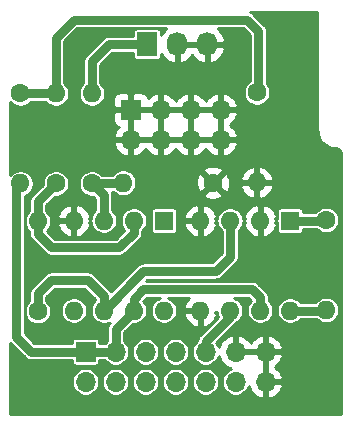
<source format=gbr>
G04 #@! TF.GenerationSoftware,KiCad,Pcbnew,5.1.12-84ad8e8a86~92~ubuntu20.04.1*
G04 #@! TF.CreationDate,2022-05-26T22:04:44-05:00*
G04 #@! TF.ProjectId,sensor_oxigeno,73656e73-6f72-45f6-9f78-6967656e6f2e,rev?*
G04 #@! TF.SameCoordinates,Original*
G04 #@! TF.FileFunction,Copper,L4,Bot*
G04 #@! TF.FilePolarity,Positive*
%FSLAX46Y46*%
G04 Gerber Fmt 4.6, Leading zero omitted, Abs format (unit mm)*
G04 Created by KiCad (PCBNEW 5.1.12-84ad8e8a86~92~ubuntu20.04.1) date 2022-05-26 22:04:44*
%MOMM*%
%LPD*%
G01*
G04 APERTURE LIST*
G04 #@! TA.AperFunction,ComponentPad*
%ADD10R,1.600000X1.600000*%
G04 #@! TD*
G04 #@! TA.AperFunction,ComponentPad*
%ADD11O,1.600000X1.600000*%
G04 #@! TD*
G04 #@! TA.AperFunction,ComponentPad*
%ADD12C,1.600000*%
G04 #@! TD*
G04 #@! TA.AperFunction,ComponentPad*
%ADD13R,1.730000X2.030000*%
G04 #@! TD*
G04 #@! TA.AperFunction,ComponentPad*
%ADD14O,1.730000X2.030000*%
G04 #@! TD*
G04 #@! TA.AperFunction,ComponentPad*
%ADD15R,1.700000X1.700000*%
G04 #@! TD*
G04 #@! TA.AperFunction,ComponentPad*
%ADD16O,1.700000X1.700000*%
G04 #@! TD*
G04 #@! TA.AperFunction,Conductor*
%ADD17C,0.800000*%
G04 #@! TD*
G04 #@! TA.AperFunction,Conductor*
%ADD18C,0.254000*%
G04 #@! TD*
G04 #@! TA.AperFunction,Conductor*
%ADD19C,0.100000*%
G04 #@! TD*
G04 APERTURE END LIST*
D10*
X122656600Y-42697400D03*
D11*
X115036600Y-50317400D03*
X120116600Y-42697400D03*
X117576600Y-50317400D03*
X117576600Y-42697400D03*
X120116600Y-50317400D03*
X115036600Y-42697400D03*
X122656600Y-50317400D03*
X125704600Y-50266600D03*
D12*
X125704600Y-42646600D03*
D13*
X110540800Y-27762200D03*
D14*
X113080800Y-27762200D03*
X115620800Y-27762200D03*
D15*
X105333800Y-53797200D03*
D16*
X105333800Y-56337200D03*
X107873800Y-53797200D03*
X107873800Y-56337200D03*
X110413800Y-53797200D03*
X110413800Y-56337200D03*
X112953800Y-53797200D03*
X112953800Y-56337200D03*
X115493800Y-53797200D03*
X115493800Y-56337200D03*
X118033800Y-53797200D03*
X118033800Y-56337200D03*
X120573800Y-53797200D03*
X120573800Y-56337200D03*
D15*
X109143800Y-33299400D03*
D16*
X109143800Y-35839400D03*
X111683800Y-33299400D03*
X111683800Y-35839400D03*
X114223800Y-33299400D03*
X114223800Y-35839400D03*
X116763800Y-33299400D03*
X116763800Y-35839400D03*
D12*
X99822000Y-31927800D03*
D11*
X99822000Y-39547800D03*
X119837200Y-39471600D03*
D12*
X119837200Y-31851600D03*
X105867200Y-39547800D03*
D11*
X105867200Y-31927800D03*
D12*
X102819200Y-39547800D03*
D11*
X102819200Y-31927800D03*
X108508800Y-39497000D03*
D12*
X116128800Y-39497000D03*
X101295200Y-50368200D03*
D11*
X101295200Y-42748200D03*
X111963200Y-50317400D03*
X104343200Y-42697400D03*
X109423200Y-50317400D03*
X106883200Y-42697400D03*
X106883200Y-50317400D03*
X109423200Y-42697400D03*
X104343200Y-50317400D03*
D10*
X111963200Y-42697400D03*
D17*
X105333800Y-53797200D02*
X107873800Y-53797200D01*
X107873800Y-51866800D02*
X109423200Y-50317400D01*
X107873800Y-53797200D02*
X107873800Y-51866800D01*
X109423200Y-50317400D02*
X109423200Y-49326800D01*
X109423200Y-49326800D02*
X110236000Y-48514000D01*
X110236000Y-48514000D02*
X119430800Y-48514000D01*
X120116600Y-49199800D02*
X120116600Y-50317400D01*
X119430800Y-48514000D02*
X120116600Y-49199800D01*
X99441000Y-39928800D02*
X99822000Y-39547800D01*
X100711000Y-53797200D02*
X99441000Y-52527200D01*
X99441000Y-52527200D02*
X99441000Y-39928800D01*
X105333800Y-53797200D02*
X100711000Y-53797200D01*
X117576600Y-50850800D02*
X117576600Y-50317400D01*
X115493800Y-52933600D02*
X117576600Y-50850800D01*
X115493800Y-53797200D02*
X115493800Y-52933600D01*
X102819200Y-31927800D02*
X99822000Y-31927800D01*
X102819200Y-31927800D02*
X102819200Y-27203400D01*
X102819200Y-27203400D02*
X104343200Y-25679400D01*
X104343200Y-25679400D02*
X118999000Y-25679400D01*
X118999000Y-25679400D02*
X119964200Y-26644600D01*
X119964200Y-31724600D02*
X119837200Y-31851600D01*
X119964200Y-26644600D02*
X119964200Y-31724600D01*
X105867200Y-31927800D02*
X105867200Y-29210000D01*
X107315000Y-27762200D02*
X110540800Y-27762200D01*
X105867200Y-29210000D02*
X107315000Y-27762200D01*
X106883200Y-40563800D02*
X105867200Y-39547800D01*
X106883200Y-42697400D02*
X106883200Y-40563800D01*
X108458000Y-39547800D02*
X108508800Y-39497000D01*
X105867200Y-39547800D02*
X108458000Y-39547800D01*
X101295200Y-41071800D02*
X102819200Y-39547800D01*
X101295200Y-42748200D02*
X101295200Y-41071800D01*
X109423200Y-42697400D02*
X109423200Y-43713400D01*
X109423200Y-43713400D02*
X108178600Y-44958000D01*
X108178600Y-44958000D02*
X102412800Y-44958000D01*
X101295200Y-43840400D02*
X101295200Y-42748200D01*
X102412800Y-44958000D02*
X101295200Y-43840400D01*
X106883200Y-50317400D02*
X110236000Y-46964600D01*
X110236000Y-46964600D02*
X116357400Y-46964600D01*
X117576600Y-45745400D02*
X117576600Y-42697400D01*
X116357400Y-46964600D02*
X117576600Y-45745400D01*
X106883200Y-49072800D02*
X106883200Y-50317400D01*
X102412800Y-47726600D02*
X105537000Y-47726600D01*
X101295200Y-48844200D02*
X102412800Y-47726600D01*
X105537000Y-47726600D02*
X106883200Y-49072800D01*
X101295200Y-50368200D02*
X101295200Y-48844200D01*
X125653800Y-50317400D02*
X125704600Y-50266600D01*
X122656600Y-50317400D02*
X125653800Y-50317400D01*
X125653800Y-42697400D02*
X125704600Y-42646600D01*
X122656600Y-42697400D02*
X125653800Y-42697400D01*
D18*
X124973001Y-35103423D02*
X124975030Y-35124025D01*
X124974987Y-35130214D01*
X124975637Y-35136842D01*
X124996038Y-35330939D01*
X125004734Y-35373303D01*
X125012832Y-35415755D01*
X125014756Y-35422126D01*
X125014757Y-35422132D01*
X125014759Y-35422138D01*
X125072469Y-35608568D01*
X125089220Y-35648418D01*
X125105417Y-35688508D01*
X125108542Y-35694384D01*
X125108544Y-35694389D01*
X125108547Y-35694393D01*
X125201369Y-35866065D01*
X125225564Y-35901936D01*
X125249218Y-35938084D01*
X125253420Y-35943236D01*
X125253426Y-35943244D01*
X125253433Y-35943251D01*
X125377832Y-36093623D01*
X125408498Y-36124076D01*
X125438756Y-36154975D01*
X125443882Y-36159214D01*
X125443888Y-36159220D01*
X125443895Y-36159224D01*
X125595130Y-36282569D01*
X125631133Y-36306489D01*
X125666812Y-36330920D01*
X125672666Y-36334084D01*
X125672670Y-36334087D01*
X125672674Y-36334089D01*
X125844993Y-36425712D01*
X125884972Y-36442190D01*
X125924700Y-36459218D01*
X125931056Y-36461185D01*
X125931063Y-36461188D01*
X125931070Y-36461189D01*
X126117898Y-36517597D01*
X126160337Y-36526000D01*
X126202595Y-36534983D01*
X126209212Y-36535677D01*
X126209220Y-36535679D01*
X126209228Y-36535679D01*
X126403452Y-36554723D01*
X126551139Y-36569204D01*
X126648432Y-36598579D01*
X126738159Y-36646287D01*
X126816911Y-36710517D01*
X126881690Y-36788820D01*
X126930026Y-36878216D01*
X126960077Y-36975296D01*
X126973000Y-37098248D01*
X126973001Y-59103000D01*
X98927000Y-59103000D01*
X98927000Y-56221276D01*
X104156800Y-56221276D01*
X104156800Y-56453124D01*
X104202031Y-56680518D01*
X104290756Y-56894719D01*
X104419564Y-57087494D01*
X104583506Y-57251436D01*
X104776281Y-57380244D01*
X104990482Y-57468969D01*
X105217876Y-57514200D01*
X105449724Y-57514200D01*
X105677118Y-57468969D01*
X105891319Y-57380244D01*
X106084094Y-57251436D01*
X106248036Y-57087494D01*
X106376844Y-56894719D01*
X106465569Y-56680518D01*
X106510800Y-56453124D01*
X106510800Y-56221276D01*
X106696800Y-56221276D01*
X106696800Y-56453124D01*
X106742031Y-56680518D01*
X106830756Y-56894719D01*
X106959564Y-57087494D01*
X107123506Y-57251436D01*
X107316281Y-57380244D01*
X107530482Y-57468969D01*
X107757876Y-57514200D01*
X107989724Y-57514200D01*
X108217118Y-57468969D01*
X108431319Y-57380244D01*
X108624094Y-57251436D01*
X108788036Y-57087494D01*
X108916844Y-56894719D01*
X109005569Y-56680518D01*
X109050800Y-56453124D01*
X109050800Y-56221276D01*
X109236800Y-56221276D01*
X109236800Y-56453124D01*
X109282031Y-56680518D01*
X109370756Y-56894719D01*
X109499564Y-57087494D01*
X109663506Y-57251436D01*
X109856281Y-57380244D01*
X110070482Y-57468969D01*
X110297876Y-57514200D01*
X110529724Y-57514200D01*
X110757118Y-57468969D01*
X110971319Y-57380244D01*
X111164094Y-57251436D01*
X111328036Y-57087494D01*
X111456844Y-56894719D01*
X111545569Y-56680518D01*
X111590800Y-56453124D01*
X111590800Y-56221276D01*
X111776800Y-56221276D01*
X111776800Y-56453124D01*
X111822031Y-56680518D01*
X111910756Y-56894719D01*
X112039564Y-57087494D01*
X112203506Y-57251436D01*
X112396281Y-57380244D01*
X112610482Y-57468969D01*
X112837876Y-57514200D01*
X113069724Y-57514200D01*
X113297118Y-57468969D01*
X113511319Y-57380244D01*
X113704094Y-57251436D01*
X113868036Y-57087494D01*
X113996844Y-56894719D01*
X114085569Y-56680518D01*
X114130800Y-56453124D01*
X114130800Y-56221276D01*
X114316800Y-56221276D01*
X114316800Y-56453124D01*
X114362031Y-56680518D01*
X114450756Y-56894719D01*
X114579564Y-57087494D01*
X114743506Y-57251436D01*
X114936281Y-57380244D01*
X115150482Y-57468969D01*
X115377876Y-57514200D01*
X115609724Y-57514200D01*
X115837118Y-57468969D01*
X116051319Y-57380244D01*
X116244094Y-57251436D01*
X116408036Y-57087494D01*
X116536844Y-56894719D01*
X116625569Y-56680518D01*
X116670800Y-56453124D01*
X116670800Y-56221276D01*
X116625569Y-55993882D01*
X116536844Y-55779681D01*
X116408036Y-55586906D01*
X116244094Y-55422964D01*
X116051319Y-55294156D01*
X115837118Y-55205431D01*
X115609724Y-55160200D01*
X115377876Y-55160200D01*
X115150482Y-55205431D01*
X114936281Y-55294156D01*
X114743506Y-55422964D01*
X114579564Y-55586906D01*
X114450756Y-55779681D01*
X114362031Y-55993882D01*
X114316800Y-56221276D01*
X114130800Y-56221276D01*
X114085569Y-55993882D01*
X113996844Y-55779681D01*
X113868036Y-55586906D01*
X113704094Y-55422964D01*
X113511319Y-55294156D01*
X113297118Y-55205431D01*
X113069724Y-55160200D01*
X112837876Y-55160200D01*
X112610482Y-55205431D01*
X112396281Y-55294156D01*
X112203506Y-55422964D01*
X112039564Y-55586906D01*
X111910756Y-55779681D01*
X111822031Y-55993882D01*
X111776800Y-56221276D01*
X111590800Y-56221276D01*
X111545569Y-55993882D01*
X111456844Y-55779681D01*
X111328036Y-55586906D01*
X111164094Y-55422964D01*
X110971319Y-55294156D01*
X110757118Y-55205431D01*
X110529724Y-55160200D01*
X110297876Y-55160200D01*
X110070482Y-55205431D01*
X109856281Y-55294156D01*
X109663506Y-55422964D01*
X109499564Y-55586906D01*
X109370756Y-55779681D01*
X109282031Y-55993882D01*
X109236800Y-56221276D01*
X109050800Y-56221276D01*
X109005569Y-55993882D01*
X108916844Y-55779681D01*
X108788036Y-55586906D01*
X108624094Y-55422964D01*
X108431319Y-55294156D01*
X108217118Y-55205431D01*
X107989724Y-55160200D01*
X107757876Y-55160200D01*
X107530482Y-55205431D01*
X107316281Y-55294156D01*
X107123506Y-55422964D01*
X106959564Y-55586906D01*
X106830756Y-55779681D01*
X106742031Y-55993882D01*
X106696800Y-56221276D01*
X106510800Y-56221276D01*
X106465569Y-55993882D01*
X106376844Y-55779681D01*
X106248036Y-55586906D01*
X106084094Y-55422964D01*
X105891319Y-55294156D01*
X105677118Y-55205431D01*
X105449724Y-55160200D01*
X105217876Y-55160200D01*
X104990482Y-55205431D01*
X104776281Y-55294156D01*
X104583506Y-55422964D01*
X104419564Y-55586906D01*
X104290756Y-55779681D01*
X104202031Y-55993882D01*
X104156800Y-56221276D01*
X98927000Y-56221276D01*
X98927000Y-53045849D01*
X98952189Y-53066521D01*
X100171679Y-54286012D01*
X100194446Y-54313754D01*
X100305147Y-54404603D01*
X100431443Y-54472110D01*
X100536587Y-54504005D01*
X100568482Y-54513680D01*
X100710999Y-54527717D01*
X100746707Y-54524200D01*
X104155218Y-54524200D01*
X104155218Y-54647200D01*
X104161532Y-54711303D01*
X104180230Y-54772943D01*
X104210594Y-54829750D01*
X104251457Y-54879543D01*
X104301250Y-54920406D01*
X104358057Y-54950770D01*
X104419697Y-54969468D01*
X104483800Y-54975782D01*
X106183800Y-54975782D01*
X106247903Y-54969468D01*
X106309543Y-54950770D01*
X106366350Y-54920406D01*
X106416143Y-54879543D01*
X106457006Y-54829750D01*
X106487370Y-54772943D01*
X106506068Y-54711303D01*
X106512382Y-54647200D01*
X106512382Y-54524200D01*
X106943999Y-54524200D01*
X106959564Y-54547494D01*
X107123506Y-54711436D01*
X107316281Y-54840244D01*
X107530482Y-54928969D01*
X107757876Y-54974200D01*
X107989724Y-54974200D01*
X108217118Y-54928969D01*
X108431319Y-54840244D01*
X108624094Y-54711436D01*
X108788036Y-54547494D01*
X108916844Y-54354719D01*
X109005569Y-54140518D01*
X109050800Y-53913124D01*
X109050800Y-53681276D01*
X109236800Y-53681276D01*
X109236800Y-53913124D01*
X109282031Y-54140518D01*
X109370756Y-54354719D01*
X109499564Y-54547494D01*
X109663506Y-54711436D01*
X109856281Y-54840244D01*
X110070482Y-54928969D01*
X110297876Y-54974200D01*
X110529724Y-54974200D01*
X110757118Y-54928969D01*
X110971319Y-54840244D01*
X111164094Y-54711436D01*
X111328036Y-54547494D01*
X111456844Y-54354719D01*
X111545569Y-54140518D01*
X111590800Y-53913124D01*
X111590800Y-53681276D01*
X111776800Y-53681276D01*
X111776800Y-53913124D01*
X111822031Y-54140518D01*
X111910756Y-54354719D01*
X112039564Y-54547494D01*
X112203506Y-54711436D01*
X112396281Y-54840244D01*
X112610482Y-54928969D01*
X112837876Y-54974200D01*
X113069724Y-54974200D01*
X113297118Y-54928969D01*
X113511319Y-54840244D01*
X113704094Y-54711436D01*
X113868036Y-54547494D01*
X113996844Y-54354719D01*
X114085569Y-54140518D01*
X114130800Y-53913124D01*
X114130800Y-53681276D01*
X114085569Y-53453882D01*
X113996844Y-53239681D01*
X113868036Y-53046906D01*
X113704094Y-52882964D01*
X113511319Y-52754156D01*
X113297118Y-52665431D01*
X113069724Y-52620200D01*
X112837876Y-52620200D01*
X112610482Y-52665431D01*
X112396281Y-52754156D01*
X112203506Y-52882964D01*
X112039564Y-53046906D01*
X111910756Y-53239681D01*
X111822031Y-53453882D01*
X111776800Y-53681276D01*
X111590800Y-53681276D01*
X111545569Y-53453882D01*
X111456844Y-53239681D01*
X111328036Y-53046906D01*
X111164094Y-52882964D01*
X110971319Y-52754156D01*
X110757118Y-52665431D01*
X110529724Y-52620200D01*
X110297876Y-52620200D01*
X110070482Y-52665431D01*
X109856281Y-52754156D01*
X109663506Y-52882964D01*
X109499564Y-53046906D01*
X109370756Y-53239681D01*
X109282031Y-53453882D01*
X109236800Y-53681276D01*
X109050800Y-53681276D01*
X109005569Y-53453882D01*
X108916844Y-53239681D01*
X108788036Y-53046906D01*
X108624094Y-52882964D01*
X108600800Y-52867399D01*
X108600800Y-52167932D01*
X109324333Y-51444400D01*
X109534200Y-51444400D01*
X109751934Y-51401090D01*
X109957035Y-51316134D01*
X110141621Y-51192798D01*
X110298598Y-51035821D01*
X110421934Y-50851235D01*
X110506890Y-50646134D01*
X110550200Y-50428400D01*
X110550200Y-50206400D01*
X110506890Y-49988666D01*
X110421934Y-49783565D01*
X110298598Y-49598979D01*
X110238876Y-49539257D01*
X110537133Y-49241000D01*
X111616866Y-49241000D01*
X111429365Y-49318666D01*
X111244779Y-49442002D01*
X111087802Y-49598979D01*
X110964466Y-49783565D01*
X110879510Y-49988666D01*
X110836200Y-50206400D01*
X110836200Y-50428400D01*
X110879510Y-50646134D01*
X110964466Y-50851235D01*
X111087802Y-51035821D01*
X111244779Y-51192798D01*
X111429365Y-51316134D01*
X111634466Y-51401090D01*
X111852200Y-51444400D01*
X112074200Y-51444400D01*
X112291934Y-51401090D01*
X112497035Y-51316134D01*
X112681621Y-51192798D01*
X112838598Y-51035821D01*
X112961934Y-50851235D01*
X113038478Y-50666440D01*
X113644691Y-50666440D01*
X113739530Y-50931281D01*
X113884215Y-51172531D01*
X114073186Y-51380919D01*
X114299180Y-51548437D01*
X114553513Y-51668646D01*
X114687561Y-51709304D01*
X114909600Y-51587315D01*
X114909600Y-50444400D01*
X113765976Y-50444400D01*
X113644691Y-50666440D01*
X113038478Y-50666440D01*
X113046890Y-50646134D01*
X113090200Y-50428400D01*
X113090200Y-50206400D01*
X113046890Y-49988666D01*
X112961934Y-49783565D01*
X112838598Y-49598979D01*
X112681621Y-49442002D01*
X112497035Y-49318666D01*
X112309534Y-49241000D01*
X114090563Y-49241000D01*
X114073186Y-49253881D01*
X113884215Y-49462269D01*
X113739530Y-49703519D01*
X113644691Y-49968360D01*
X113765976Y-50190400D01*
X114909600Y-50190400D01*
X114909600Y-50170400D01*
X115163600Y-50170400D01*
X115163600Y-50190400D01*
X115183600Y-50190400D01*
X115183600Y-50444400D01*
X115163600Y-50444400D01*
X115163600Y-51587315D01*
X115385639Y-51709304D01*
X115519687Y-51668646D01*
X115774020Y-51548437D01*
X116000014Y-51380919D01*
X116188985Y-51172531D01*
X116333670Y-50931281D01*
X116428509Y-50666440D01*
X116307225Y-50444402D01*
X116452783Y-50444402D01*
X116492910Y-50646134D01*
X116569128Y-50830139D01*
X115004989Y-52394279D01*
X114977247Y-52417046D01*
X114930341Y-52474202D01*
X114886398Y-52527747D01*
X114818890Y-52654044D01*
X114777320Y-52791083D01*
X114770015Y-52865251D01*
X114743506Y-52882964D01*
X114579564Y-53046906D01*
X114450756Y-53239681D01*
X114362031Y-53453882D01*
X114316800Y-53681276D01*
X114316800Y-53913124D01*
X114362031Y-54140518D01*
X114450756Y-54354719D01*
X114579564Y-54547494D01*
X114743506Y-54711436D01*
X114936281Y-54840244D01*
X115150482Y-54928969D01*
X115377876Y-54974200D01*
X115609724Y-54974200D01*
X115837118Y-54928969D01*
X116051319Y-54840244D01*
X116244094Y-54711436D01*
X116408036Y-54547494D01*
X116536844Y-54354719D01*
X116605064Y-54190021D01*
X116689643Y-54428452D01*
X116838622Y-54678555D01*
X117033531Y-54894788D01*
X117266880Y-55068841D01*
X117529701Y-55194025D01*
X117638412Y-55226999D01*
X117476281Y-55294156D01*
X117283506Y-55422964D01*
X117119564Y-55586906D01*
X116990756Y-55779681D01*
X116902031Y-55993882D01*
X116856800Y-56221276D01*
X116856800Y-56453124D01*
X116902031Y-56680518D01*
X116990756Y-56894719D01*
X117119564Y-57087494D01*
X117283506Y-57251436D01*
X117476281Y-57380244D01*
X117690482Y-57468969D01*
X117917876Y-57514200D01*
X118149724Y-57514200D01*
X118377118Y-57468969D01*
X118591319Y-57380244D01*
X118784094Y-57251436D01*
X118948036Y-57087494D01*
X119076844Y-56894719D01*
X119145064Y-56730021D01*
X119229643Y-56968452D01*
X119378622Y-57218555D01*
X119573531Y-57434788D01*
X119806880Y-57608841D01*
X120069701Y-57734025D01*
X120216910Y-57778676D01*
X120446800Y-57657355D01*
X120446800Y-56464200D01*
X120700800Y-56464200D01*
X120700800Y-57657355D01*
X120930690Y-57778676D01*
X121077899Y-57734025D01*
X121340720Y-57608841D01*
X121574069Y-57434788D01*
X121768978Y-57218555D01*
X121917957Y-56968452D01*
X122015281Y-56694091D01*
X121894614Y-56464200D01*
X120700800Y-56464200D01*
X120446800Y-56464200D01*
X120426800Y-56464200D01*
X120426800Y-56210200D01*
X120446800Y-56210200D01*
X120446800Y-53924200D01*
X120700800Y-53924200D01*
X120700800Y-56210200D01*
X121894614Y-56210200D01*
X122015281Y-55980309D01*
X121917957Y-55705948D01*
X121768978Y-55455845D01*
X121574069Y-55239612D01*
X121342920Y-55067200D01*
X121574069Y-54894788D01*
X121768978Y-54678555D01*
X121917957Y-54428452D01*
X122015281Y-54154091D01*
X121894614Y-53924200D01*
X120700800Y-53924200D01*
X120446800Y-53924200D01*
X118160800Y-53924200D01*
X118160800Y-53944200D01*
X117906800Y-53944200D01*
X117906800Y-53924200D01*
X117886800Y-53924200D01*
X117886800Y-53670200D01*
X117906800Y-53670200D01*
X117906800Y-52477045D01*
X118160800Y-52477045D01*
X118160800Y-53670200D01*
X120446800Y-53670200D01*
X120446800Y-52477045D01*
X120700800Y-52477045D01*
X120700800Y-53670200D01*
X121894614Y-53670200D01*
X122015281Y-53440309D01*
X121917957Y-53165948D01*
X121768978Y-52915845D01*
X121574069Y-52699612D01*
X121340720Y-52525559D01*
X121077899Y-52400375D01*
X120930690Y-52355724D01*
X120700800Y-52477045D01*
X120446800Y-52477045D01*
X120216910Y-52355724D01*
X120069701Y-52400375D01*
X119806880Y-52525559D01*
X119573531Y-52699612D01*
X119378622Y-52915845D01*
X119303800Y-53041455D01*
X119228978Y-52915845D01*
X119034069Y-52699612D01*
X118800720Y-52525559D01*
X118537899Y-52400375D01*
X118390690Y-52355724D01*
X118160800Y-52477045D01*
X117906800Y-52477045D01*
X117676910Y-52355724D01*
X117529701Y-52400375D01*
X117266880Y-52525559D01*
X117033531Y-52699612D01*
X116838622Y-52915845D01*
X116689643Y-53165948D01*
X116605064Y-53404379D01*
X116536844Y-53239681D01*
X116408272Y-53047260D01*
X118065416Y-51390117D01*
X118093153Y-51367354D01*
X118165242Y-51279513D01*
X118295021Y-51192798D01*
X118451998Y-51035821D01*
X118575334Y-50851235D01*
X118660290Y-50646134D01*
X118703600Y-50428400D01*
X118703600Y-50206400D01*
X118660290Y-49988666D01*
X118575334Y-49783565D01*
X118451998Y-49598979D01*
X118295021Y-49442002D01*
X118110435Y-49318666D01*
X117922934Y-49241000D01*
X119129667Y-49241000D01*
X119364424Y-49475757D01*
X119241202Y-49598979D01*
X119117866Y-49783565D01*
X119032910Y-49988666D01*
X118989600Y-50206400D01*
X118989600Y-50428400D01*
X119032910Y-50646134D01*
X119117866Y-50851235D01*
X119241202Y-51035821D01*
X119398179Y-51192798D01*
X119582765Y-51316134D01*
X119787866Y-51401090D01*
X120005600Y-51444400D01*
X120227600Y-51444400D01*
X120445334Y-51401090D01*
X120650435Y-51316134D01*
X120835021Y-51192798D01*
X120991998Y-51035821D01*
X121115334Y-50851235D01*
X121200290Y-50646134D01*
X121243600Y-50428400D01*
X121243600Y-50206400D01*
X121529600Y-50206400D01*
X121529600Y-50428400D01*
X121572910Y-50646134D01*
X121657866Y-50851235D01*
X121781202Y-51035821D01*
X121938179Y-51192798D01*
X122122765Y-51316134D01*
X122327866Y-51401090D01*
X122545600Y-51444400D01*
X122767600Y-51444400D01*
X122985334Y-51401090D01*
X123190435Y-51316134D01*
X123375021Y-51192798D01*
X123523419Y-51044400D01*
X124888581Y-51044400D01*
X124986179Y-51141998D01*
X125170765Y-51265334D01*
X125375866Y-51350290D01*
X125593600Y-51393600D01*
X125815600Y-51393600D01*
X126033334Y-51350290D01*
X126238435Y-51265334D01*
X126423021Y-51141998D01*
X126579998Y-50985021D01*
X126703334Y-50800435D01*
X126788290Y-50595334D01*
X126831600Y-50377600D01*
X126831600Y-50155600D01*
X126788290Y-49937866D01*
X126703334Y-49732765D01*
X126579998Y-49548179D01*
X126423021Y-49391202D01*
X126238435Y-49267866D01*
X126033334Y-49182910D01*
X125815600Y-49139600D01*
X125593600Y-49139600D01*
X125375866Y-49182910D01*
X125170765Y-49267866D01*
X124986179Y-49391202D01*
X124829202Y-49548179D01*
X124800991Y-49590400D01*
X123523419Y-49590400D01*
X123375021Y-49442002D01*
X123190435Y-49318666D01*
X122985334Y-49233710D01*
X122767600Y-49190400D01*
X122545600Y-49190400D01*
X122327866Y-49233710D01*
X122122765Y-49318666D01*
X121938179Y-49442002D01*
X121781202Y-49598979D01*
X121657866Y-49783565D01*
X121572910Y-49988666D01*
X121529600Y-50206400D01*
X121243600Y-50206400D01*
X121200290Y-49988666D01*
X121115334Y-49783565D01*
X120991998Y-49598979D01*
X120843600Y-49450581D01*
X120843600Y-49235508D01*
X120847117Y-49199800D01*
X120833080Y-49057282D01*
X120791510Y-48920243D01*
X120791302Y-48919853D01*
X120724003Y-48793947D01*
X120682581Y-48743474D01*
X120655916Y-48710982D01*
X120655912Y-48710978D01*
X120633153Y-48683246D01*
X120605421Y-48660487D01*
X119970125Y-48025193D01*
X119947354Y-47997446D01*
X119836653Y-47906597D01*
X119710357Y-47839090D01*
X119573317Y-47797520D01*
X119466508Y-47787000D01*
X119430800Y-47783483D01*
X119395092Y-47787000D01*
X110441733Y-47787000D01*
X110537133Y-47691600D01*
X116321692Y-47691600D01*
X116357400Y-47695117D01*
X116499917Y-47681080D01*
X116636957Y-47639510D01*
X116763253Y-47572003D01*
X116873954Y-47481154D01*
X116896726Y-47453406D01*
X118065416Y-46284717D01*
X118093153Y-46261954D01*
X118184003Y-46151253D01*
X118251510Y-46024957D01*
X118293080Y-45887917D01*
X118303600Y-45781108D01*
X118303600Y-45781107D01*
X118307117Y-45745401D01*
X118303600Y-45709693D01*
X118303600Y-43564219D01*
X118451998Y-43415821D01*
X118575334Y-43231235D01*
X118660290Y-43026134D01*
X118700417Y-42824402D01*
X118845975Y-42824402D01*
X118724691Y-43046440D01*
X118819530Y-43311281D01*
X118964215Y-43552531D01*
X119153186Y-43760919D01*
X119379180Y-43928437D01*
X119633513Y-44048646D01*
X119767561Y-44089304D01*
X119989600Y-43967315D01*
X119989600Y-42824400D01*
X119969600Y-42824400D01*
X119969600Y-42570400D01*
X119989600Y-42570400D01*
X119989600Y-41427485D01*
X120243600Y-41427485D01*
X120243600Y-42570400D01*
X120263600Y-42570400D01*
X120263600Y-42824400D01*
X120243600Y-42824400D01*
X120243600Y-43967315D01*
X120465639Y-44089304D01*
X120599687Y-44048646D01*
X120854020Y-43928437D01*
X121080014Y-43760919D01*
X121268985Y-43552531D01*
X121413670Y-43311281D01*
X121508509Y-43046440D01*
X121387225Y-42824402D01*
X121528018Y-42824402D01*
X121528018Y-43497400D01*
X121534332Y-43561503D01*
X121553030Y-43623143D01*
X121583394Y-43679950D01*
X121624257Y-43729743D01*
X121674050Y-43770606D01*
X121730857Y-43800970D01*
X121792497Y-43819668D01*
X121856600Y-43825982D01*
X123456600Y-43825982D01*
X123520703Y-43819668D01*
X123582343Y-43800970D01*
X123639150Y-43770606D01*
X123688943Y-43729743D01*
X123729806Y-43679950D01*
X123760170Y-43623143D01*
X123778868Y-43561503D01*
X123785182Y-43497400D01*
X123785182Y-43424400D01*
X124888581Y-43424400D01*
X124986179Y-43521998D01*
X125170765Y-43645334D01*
X125375866Y-43730290D01*
X125593600Y-43773600D01*
X125815600Y-43773600D01*
X126033334Y-43730290D01*
X126238435Y-43645334D01*
X126423021Y-43521998D01*
X126579998Y-43365021D01*
X126703334Y-43180435D01*
X126788290Y-42975334D01*
X126831600Y-42757600D01*
X126831600Y-42535600D01*
X126788290Y-42317866D01*
X126703334Y-42112765D01*
X126579998Y-41928179D01*
X126423021Y-41771202D01*
X126238435Y-41647866D01*
X126033334Y-41562910D01*
X125815600Y-41519600D01*
X125593600Y-41519600D01*
X125375866Y-41562910D01*
X125170765Y-41647866D01*
X124986179Y-41771202D01*
X124829202Y-41928179D01*
X124800991Y-41970400D01*
X123785182Y-41970400D01*
X123785182Y-41897400D01*
X123778868Y-41833297D01*
X123760170Y-41771657D01*
X123729806Y-41714850D01*
X123688943Y-41665057D01*
X123639150Y-41624194D01*
X123582343Y-41593830D01*
X123520703Y-41575132D01*
X123456600Y-41568818D01*
X121856600Y-41568818D01*
X121792497Y-41575132D01*
X121730857Y-41593830D01*
X121674050Y-41624194D01*
X121624257Y-41665057D01*
X121583394Y-41714850D01*
X121553030Y-41771657D01*
X121534332Y-41833297D01*
X121528018Y-41897400D01*
X121528018Y-42570398D01*
X121387225Y-42570398D01*
X121508509Y-42348360D01*
X121413670Y-42083519D01*
X121268985Y-41842269D01*
X121080014Y-41633881D01*
X120854020Y-41466363D01*
X120599687Y-41346154D01*
X120465639Y-41305496D01*
X120243600Y-41427485D01*
X119989600Y-41427485D01*
X119767561Y-41305496D01*
X119633513Y-41346154D01*
X119379180Y-41466363D01*
X119153186Y-41633881D01*
X118964215Y-41842269D01*
X118819530Y-42083519D01*
X118724691Y-42348360D01*
X118845975Y-42570398D01*
X118700417Y-42570398D01*
X118660290Y-42368666D01*
X118575334Y-42163565D01*
X118451998Y-41978979D01*
X118295021Y-41822002D01*
X118110435Y-41698666D01*
X117905334Y-41613710D01*
X117687600Y-41570400D01*
X117465600Y-41570400D01*
X117247866Y-41613710D01*
X117042765Y-41698666D01*
X116858179Y-41822002D01*
X116701202Y-41978979D01*
X116577866Y-42163565D01*
X116492910Y-42368666D01*
X116452783Y-42570398D01*
X116307225Y-42570398D01*
X116428509Y-42348360D01*
X116333670Y-42083519D01*
X116188985Y-41842269D01*
X116000014Y-41633881D01*
X115774020Y-41466363D01*
X115519687Y-41346154D01*
X115385639Y-41305496D01*
X115163600Y-41427485D01*
X115163600Y-42570400D01*
X115183600Y-42570400D01*
X115183600Y-42824400D01*
X115163600Y-42824400D01*
X115163600Y-43967315D01*
X115385639Y-44089304D01*
X115519687Y-44048646D01*
X115774020Y-43928437D01*
X116000014Y-43760919D01*
X116188985Y-43552531D01*
X116333670Y-43311281D01*
X116428509Y-43046440D01*
X116307225Y-42824402D01*
X116452783Y-42824402D01*
X116492910Y-43026134D01*
X116577866Y-43231235D01*
X116701202Y-43415821D01*
X116849601Y-43564220D01*
X116849600Y-45444267D01*
X116056268Y-46237600D01*
X110271707Y-46237600D01*
X110235999Y-46234083D01*
X110093482Y-46248120D01*
X110061587Y-46257795D01*
X109956443Y-46289690D01*
X109830147Y-46357197D01*
X109719446Y-46448046D01*
X109696679Y-46475788D01*
X107495799Y-48676668D01*
X107490603Y-48666947D01*
X107399753Y-48556246D01*
X107372016Y-48533483D01*
X106076326Y-47237794D01*
X106053554Y-47210046D01*
X105942853Y-47119197D01*
X105816557Y-47051690D01*
X105679517Y-47010120D01*
X105572708Y-46999600D01*
X105537000Y-46996083D01*
X105501292Y-46999600D01*
X102448507Y-46999600D01*
X102412799Y-46996083D01*
X102270282Y-47010120D01*
X102133243Y-47051690D01*
X102006947Y-47119197D01*
X101896246Y-47210046D01*
X101873479Y-47237788D01*
X100806389Y-48304879D01*
X100778647Y-48327646D01*
X100721000Y-48397890D01*
X100687798Y-48438347D01*
X100620290Y-48564644D01*
X100578720Y-48701683D01*
X100564683Y-48844200D01*
X100568201Y-48879918D01*
X100568201Y-49501380D01*
X100419802Y-49649779D01*
X100296466Y-49834365D01*
X100211510Y-50039466D01*
X100168200Y-50257200D01*
X100168200Y-50479200D01*
X100211510Y-50696934D01*
X100296466Y-50902035D01*
X100419802Y-51086621D01*
X100576779Y-51243598D01*
X100761365Y-51366934D01*
X100966466Y-51451890D01*
X101184200Y-51495200D01*
X101406200Y-51495200D01*
X101623934Y-51451890D01*
X101829035Y-51366934D01*
X102013621Y-51243598D01*
X102170598Y-51086621D01*
X102293934Y-50902035D01*
X102378890Y-50696934D01*
X102422200Y-50479200D01*
X102422200Y-50257200D01*
X102412096Y-50206400D01*
X103216200Y-50206400D01*
X103216200Y-50428400D01*
X103259510Y-50646134D01*
X103344466Y-50851235D01*
X103467802Y-51035821D01*
X103624779Y-51192798D01*
X103809365Y-51316134D01*
X104014466Y-51401090D01*
X104232200Y-51444400D01*
X104454200Y-51444400D01*
X104671934Y-51401090D01*
X104877035Y-51316134D01*
X105061621Y-51192798D01*
X105218598Y-51035821D01*
X105341934Y-50851235D01*
X105426890Y-50646134D01*
X105470200Y-50428400D01*
X105470200Y-50206400D01*
X105426890Y-49988666D01*
X105341934Y-49783565D01*
X105218598Y-49598979D01*
X105061621Y-49442002D01*
X104877035Y-49318666D01*
X104671934Y-49233710D01*
X104454200Y-49190400D01*
X104232200Y-49190400D01*
X104014466Y-49233710D01*
X103809365Y-49318666D01*
X103624779Y-49442002D01*
X103467802Y-49598979D01*
X103344466Y-49783565D01*
X103259510Y-49988666D01*
X103216200Y-50206400D01*
X102412096Y-50206400D01*
X102378890Y-50039466D01*
X102293934Y-49834365D01*
X102170598Y-49649779D01*
X102022200Y-49501381D01*
X102022200Y-49145332D01*
X102713933Y-48453600D01*
X105235868Y-48453600D01*
X106156200Y-49373933D01*
X106156200Y-49450581D01*
X106007802Y-49598979D01*
X105884466Y-49783565D01*
X105799510Y-49988666D01*
X105756200Y-50206400D01*
X105756200Y-50428400D01*
X105799510Y-50646134D01*
X105884466Y-50851235D01*
X106007802Y-51035821D01*
X106164779Y-51192798D01*
X106349365Y-51316134D01*
X106554466Y-51401090D01*
X106772200Y-51444400D01*
X106994200Y-51444400D01*
X107211934Y-51401090D01*
X107380243Y-51331374D01*
X107357247Y-51350246D01*
X107279978Y-51444400D01*
X107266398Y-51460947D01*
X107198890Y-51587244D01*
X107157320Y-51724283D01*
X107143283Y-51866800D01*
X107146801Y-51902518D01*
X107146800Y-52867399D01*
X107123506Y-52882964D01*
X106959564Y-53046906D01*
X106943999Y-53070200D01*
X106512382Y-53070200D01*
X106512382Y-52947200D01*
X106506068Y-52883097D01*
X106487370Y-52821457D01*
X106457006Y-52764650D01*
X106416143Y-52714857D01*
X106366350Y-52673994D01*
X106309543Y-52643630D01*
X106247903Y-52624932D01*
X106183800Y-52618618D01*
X104483800Y-52618618D01*
X104419697Y-52624932D01*
X104358057Y-52643630D01*
X104301250Y-52673994D01*
X104251457Y-52714857D01*
X104210594Y-52764650D01*
X104180230Y-52821457D01*
X104161532Y-52883097D01*
X104155218Y-52947200D01*
X104155218Y-53070200D01*
X101012133Y-53070200D01*
X100168000Y-52226068D01*
X100168000Y-42637200D01*
X100168200Y-42637200D01*
X100168200Y-42859200D01*
X100211510Y-43076934D01*
X100296466Y-43282035D01*
X100419802Y-43466621D01*
X100568200Y-43615019D01*
X100568200Y-43804691D01*
X100564683Y-43840400D01*
X100568200Y-43876107D01*
X100578720Y-43982916D01*
X100620290Y-44119956D01*
X100687797Y-44246252D01*
X100778646Y-44356953D01*
X100806389Y-44379721D01*
X101873479Y-45446812D01*
X101896246Y-45474554D01*
X102006947Y-45565403D01*
X102077067Y-45602883D01*
X102133243Y-45632910D01*
X102270282Y-45674480D01*
X102412799Y-45688517D01*
X102448507Y-45685000D01*
X108142892Y-45685000D01*
X108178600Y-45688517D01*
X108321117Y-45674480D01*
X108458157Y-45632910D01*
X108584453Y-45565403D01*
X108695154Y-45474554D01*
X108717926Y-45446806D01*
X109912012Y-44252721D01*
X109939754Y-44229954D01*
X110030603Y-44119253D01*
X110098110Y-43992957D01*
X110139680Y-43855917D01*
X110142629Y-43825982D01*
X110153717Y-43713401D01*
X110150200Y-43677693D01*
X110150200Y-43564219D01*
X110298598Y-43415821D01*
X110421934Y-43231235D01*
X110506890Y-43026134D01*
X110550200Y-42808400D01*
X110550200Y-42586400D01*
X110506890Y-42368666D01*
X110421934Y-42163565D01*
X110298598Y-41978979D01*
X110217019Y-41897400D01*
X110834618Y-41897400D01*
X110834618Y-43497400D01*
X110840932Y-43561503D01*
X110859630Y-43623143D01*
X110889994Y-43679950D01*
X110930857Y-43729743D01*
X110980650Y-43770606D01*
X111037457Y-43800970D01*
X111099097Y-43819668D01*
X111163200Y-43825982D01*
X112763200Y-43825982D01*
X112827303Y-43819668D01*
X112888943Y-43800970D01*
X112945750Y-43770606D01*
X112995543Y-43729743D01*
X113036406Y-43679950D01*
X113066770Y-43623143D01*
X113085468Y-43561503D01*
X113091782Y-43497400D01*
X113091782Y-43046440D01*
X113644691Y-43046440D01*
X113739530Y-43311281D01*
X113884215Y-43552531D01*
X114073186Y-43760919D01*
X114299180Y-43928437D01*
X114553513Y-44048646D01*
X114687561Y-44089304D01*
X114909600Y-43967315D01*
X114909600Y-42824400D01*
X113765976Y-42824400D01*
X113644691Y-43046440D01*
X113091782Y-43046440D01*
X113091782Y-42348360D01*
X113644691Y-42348360D01*
X113765976Y-42570400D01*
X114909600Y-42570400D01*
X114909600Y-41427485D01*
X114687561Y-41305496D01*
X114553513Y-41346154D01*
X114299180Y-41466363D01*
X114073186Y-41633881D01*
X113884215Y-41842269D01*
X113739530Y-42083519D01*
X113644691Y-42348360D01*
X113091782Y-42348360D01*
X113091782Y-41897400D01*
X113085468Y-41833297D01*
X113066770Y-41771657D01*
X113036406Y-41714850D01*
X112995543Y-41665057D01*
X112945750Y-41624194D01*
X112888943Y-41593830D01*
X112827303Y-41575132D01*
X112763200Y-41568818D01*
X111163200Y-41568818D01*
X111099097Y-41575132D01*
X111037457Y-41593830D01*
X110980650Y-41624194D01*
X110930857Y-41665057D01*
X110889994Y-41714850D01*
X110859630Y-41771657D01*
X110840932Y-41833297D01*
X110834618Y-41897400D01*
X110217019Y-41897400D01*
X110141621Y-41822002D01*
X109957035Y-41698666D01*
X109751934Y-41613710D01*
X109534200Y-41570400D01*
X109312200Y-41570400D01*
X109094466Y-41613710D01*
X108889365Y-41698666D01*
X108704779Y-41822002D01*
X108547802Y-41978979D01*
X108424466Y-42163565D01*
X108339510Y-42368666D01*
X108296200Y-42586400D01*
X108296200Y-42808400D01*
X108339510Y-43026134D01*
X108424466Y-43231235D01*
X108547802Y-43415821D01*
X108620224Y-43488243D01*
X107877468Y-44231000D01*
X102713933Y-44231000D01*
X102060076Y-43577143D01*
X102170598Y-43466621D01*
X102293934Y-43282035D01*
X102378890Y-43076934D01*
X102384955Y-43046440D01*
X102951291Y-43046440D01*
X103046130Y-43311281D01*
X103190815Y-43552531D01*
X103379786Y-43760919D01*
X103605780Y-43928437D01*
X103860113Y-44048646D01*
X103994161Y-44089304D01*
X104216200Y-43967315D01*
X104216200Y-42824400D01*
X103072576Y-42824400D01*
X102951291Y-43046440D01*
X102384955Y-43046440D01*
X102422200Y-42859200D01*
X102422200Y-42637200D01*
X102378890Y-42419466D01*
X102349437Y-42348360D01*
X102951291Y-42348360D01*
X103072576Y-42570400D01*
X104216200Y-42570400D01*
X104216200Y-41427485D01*
X104470200Y-41427485D01*
X104470200Y-42570400D01*
X104490200Y-42570400D01*
X104490200Y-42824400D01*
X104470200Y-42824400D01*
X104470200Y-43967315D01*
X104692239Y-44089304D01*
X104826287Y-44048646D01*
X105080620Y-43928437D01*
X105306614Y-43760919D01*
X105495585Y-43552531D01*
X105640270Y-43311281D01*
X105735109Y-43046440D01*
X105613825Y-42824402D01*
X105759383Y-42824402D01*
X105799510Y-43026134D01*
X105884466Y-43231235D01*
X106007802Y-43415821D01*
X106164779Y-43572798D01*
X106349365Y-43696134D01*
X106554466Y-43781090D01*
X106772200Y-43824400D01*
X106994200Y-43824400D01*
X107211934Y-43781090D01*
X107417035Y-43696134D01*
X107601621Y-43572798D01*
X107758598Y-43415821D01*
X107881934Y-43231235D01*
X107966890Y-43026134D01*
X108010200Y-42808400D01*
X108010200Y-42586400D01*
X107966890Y-42368666D01*
X107881934Y-42163565D01*
X107758598Y-41978979D01*
X107610200Y-41830581D01*
X107610200Y-40599508D01*
X107613717Y-40563800D01*
X107599680Y-40421282D01*
X107558110Y-40284243D01*
X107553063Y-40274800D01*
X107692781Y-40274800D01*
X107790379Y-40372398D01*
X107974965Y-40495734D01*
X108180066Y-40580690D01*
X108397800Y-40624000D01*
X108619800Y-40624000D01*
X108837534Y-40580690D01*
X109042635Y-40495734D01*
X109051662Y-40489702D01*
X115315703Y-40489702D01*
X115387286Y-40733671D01*
X115642796Y-40854571D01*
X115916984Y-40923300D01*
X116199312Y-40937217D01*
X116478930Y-40895787D01*
X116745092Y-40800603D01*
X116870314Y-40733671D01*
X116941897Y-40489702D01*
X116128800Y-39676605D01*
X115315703Y-40489702D01*
X109051662Y-40489702D01*
X109227221Y-40372398D01*
X109384198Y-40215421D01*
X109507534Y-40030835D01*
X109592490Y-39825734D01*
X109635800Y-39608000D01*
X109635800Y-39567512D01*
X114688583Y-39567512D01*
X114730013Y-39847130D01*
X114825197Y-40113292D01*
X114892129Y-40238514D01*
X115136098Y-40310097D01*
X115949195Y-39497000D01*
X116308405Y-39497000D01*
X117121502Y-40310097D01*
X117365471Y-40238514D01*
X117486371Y-39983004D01*
X117527069Y-39820640D01*
X118445291Y-39820640D01*
X118540130Y-40085481D01*
X118684815Y-40326731D01*
X118873786Y-40535119D01*
X119099780Y-40702637D01*
X119354113Y-40822846D01*
X119488161Y-40863504D01*
X119710200Y-40741515D01*
X119710200Y-39598600D01*
X119964200Y-39598600D01*
X119964200Y-40741515D01*
X120186239Y-40863504D01*
X120320287Y-40822846D01*
X120574620Y-40702637D01*
X120800614Y-40535119D01*
X120989585Y-40326731D01*
X121134270Y-40085481D01*
X121229109Y-39820640D01*
X121107824Y-39598600D01*
X119964200Y-39598600D01*
X119710200Y-39598600D01*
X118566576Y-39598600D01*
X118445291Y-39820640D01*
X117527069Y-39820640D01*
X117555100Y-39708816D01*
X117569017Y-39426488D01*
X117527587Y-39146870D01*
X117518894Y-39122560D01*
X118445291Y-39122560D01*
X118566576Y-39344600D01*
X119710200Y-39344600D01*
X119710200Y-38201685D01*
X119964200Y-38201685D01*
X119964200Y-39344600D01*
X121107824Y-39344600D01*
X121229109Y-39122560D01*
X121134270Y-38857719D01*
X120989585Y-38616469D01*
X120800614Y-38408081D01*
X120574620Y-38240563D01*
X120320287Y-38120354D01*
X120186239Y-38079696D01*
X119964200Y-38201685D01*
X119710200Y-38201685D01*
X119488161Y-38079696D01*
X119354113Y-38120354D01*
X119099780Y-38240563D01*
X118873786Y-38408081D01*
X118684815Y-38616469D01*
X118540130Y-38857719D01*
X118445291Y-39122560D01*
X117518894Y-39122560D01*
X117432403Y-38880708D01*
X117365471Y-38755486D01*
X117121502Y-38683903D01*
X116308405Y-39497000D01*
X115949195Y-39497000D01*
X115136098Y-38683903D01*
X114892129Y-38755486D01*
X114771229Y-39010996D01*
X114702500Y-39285184D01*
X114688583Y-39567512D01*
X109635800Y-39567512D01*
X109635800Y-39386000D01*
X109592490Y-39168266D01*
X109507534Y-38963165D01*
X109384198Y-38778579D01*
X109227221Y-38621602D01*
X109051663Y-38504298D01*
X115315703Y-38504298D01*
X116128800Y-39317395D01*
X116941897Y-38504298D01*
X116870314Y-38260329D01*
X116614804Y-38139429D01*
X116340616Y-38070700D01*
X116058288Y-38056783D01*
X115778670Y-38098213D01*
X115512508Y-38193397D01*
X115387286Y-38260329D01*
X115315703Y-38504298D01*
X109051663Y-38504298D01*
X109042635Y-38498266D01*
X108837534Y-38413310D01*
X108619800Y-38370000D01*
X108397800Y-38370000D01*
X108180066Y-38413310D01*
X107974965Y-38498266D01*
X107790379Y-38621602D01*
X107633402Y-38778579D01*
X107605191Y-38820800D01*
X106734019Y-38820800D01*
X106585621Y-38672402D01*
X106401035Y-38549066D01*
X106195934Y-38464110D01*
X105978200Y-38420800D01*
X105756200Y-38420800D01*
X105538466Y-38464110D01*
X105333365Y-38549066D01*
X105148779Y-38672402D01*
X104991802Y-38829379D01*
X104868466Y-39013965D01*
X104783510Y-39219066D01*
X104740200Y-39436800D01*
X104740200Y-39658800D01*
X104783510Y-39876534D01*
X104868466Y-40081635D01*
X104991802Y-40266221D01*
X105148779Y-40423198D01*
X105333365Y-40546534D01*
X105538466Y-40631490D01*
X105756200Y-40674800D01*
X105966067Y-40674800D01*
X106156201Y-40864934D01*
X106156200Y-41830581D01*
X106007802Y-41978979D01*
X105884466Y-42163565D01*
X105799510Y-42368666D01*
X105759383Y-42570398D01*
X105613825Y-42570398D01*
X105735109Y-42348360D01*
X105640270Y-42083519D01*
X105495585Y-41842269D01*
X105306614Y-41633881D01*
X105080620Y-41466363D01*
X104826287Y-41346154D01*
X104692239Y-41305496D01*
X104470200Y-41427485D01*
X104216200Y-41427485D01*
X103994161Y-41305496D01*
X103860113Y-41346154D01*
X103605780Y-41466363D01*
X103379786Y-41633881D01*
X103190815Y-41842269D01*
X103046130Y-42083519D01*
X102951291Y-42348360D01*
X102349437Y-42348360D01*
X102293934Y-42214365D01*
X102170598Y-42029779D01*
X102022200Y-41881381D01*
X102022200Y-41372932D01*
X102720333Y-40674800D01*
X102930200Y-40674800D01*
X103147934Y-40631490D01*
X103353035Y-40546534D01*
X103537621Y-40423198D01*
X103694598Y-40266221D01*
X103817934Y-40081635D01*
X103902890Y-39876534D01*
X103946200Y-39658800D01*
X103946200Y-39436800D01*
X103902890Y-39219066D01*
X103817934Y-39013965D01*
X103694598Y-38829379D01*
X103537621Y-38672402D01*
X103353035Y-38549066D01*
X103147934Y-38464110D01*
X102930200Y-38420800D01*
X102708200Y-38420800D01*
X102490466Y-38464110D01*
X102285365Y-38549066D01*
X102100779Y-38672402D01*
X101943802Y-38829379D01*
X101820466Y-39013965D01*
X101735510Y-39219066D01*
X101692200Y-39436800D01*
X101692200Y-39646667D01*
X100806389Y-40532479D01*
X100778647Y-40555246D01*
X100722223Y-40624000D01*
X100687798Y-40665947D01*
X100620290Y-40792244D01*
X100578720Y-40929283D01*
X100564683Y-41071800D01*
X100568201Y-41107518D01*
X100568201Y-41881380D01*
X100419802Y-42029779D01*
X100296466Y-42214365D01*
X100211510Y-42419466D01*
X100168200Y-42637200D01*
X100168000Y-42637200D01*
X100168000Y-40624338D01*
X100355835Y-40546534D01*
X100540421Y-40423198D01*
X100697398Y-40266221D01*
X100820734Y-40081635D01*
X100905690Y-39876534D01*
X100949000Y-39658800D01*
X100949000Y-39436800D01*
X100905690Y-39219066D01*
X100820734Y-39013965D01*
X100697398Y-38829379D01*
X100540421Y-38672402D01*
X100355835Y-38549066D01*
X100150734Y-38464110D01*
X99933000Y-38420800D01*
X99711000Y-38420800D01*
X99493266Y-38464110D01*
X99288165Y-38549066D01*
X99103579Y-38672402D01*
X98946602Y-38829379D01*
X98927000Y-38858716D01*
X98927000Y-36196291D01*
X107702319Y-36196291D01*
X107799643Y-36470652D01*
X107948622Y-36720755D01*
X108143531Y-36936988D01*
X108376880Y-37111041D01*
X108639701Y-37236225D01*
X108786910Y-37280876D01*
X109016800Y-37159555D01*
X109016800Y-35966400D01*
X109270800Y-35966400D01*
X109270800Y-37159555D01*
X109500690Y-37280876D01*
X109647899Y-37236225D01*
X109910720Y-37111041D01*
X110144069Y-36936988D01*
X110338978Y-36720755D01*
X110413800Y-36595145D01*
X110488622Y-36720755D01*
X110683531Y-36936988D01*
X110916880Y-37111041D01*
X111179701Y-37236225D01*
X111326910Y-37280876D01*
X111556800Y-37159555D01*
X111556800Y-35966400D01*
X111810800Y-35966400D01*
X111810800Y-37159555D01*
X112040690Y-37280876D01*
X112187899Y-37236225D01*
X112450720Y-37111041D01*
X112684069Y-36936988D01*
X112878978Y-36720755D01*
X112953800Y-36595145D01*
X113028622Y-36720755D01*
X113223531Y-36936988D01*
X113456880Y-37111041D01*
X113719701Y-37236225D01*
X113866910Y-37280876D01*
X114096800Y-37159555D01*
X114096800Y-35966400D01*
X114350800Y-35966400D01*
X114350800Y-37159555D01*
X114580690Y-37280876D01*
X114727899Y-37236225D01*
X114990720Y-37111041D01*
X115224069Y-36936988D01*
X115418978Y-36720755D01*
X115493800Y-36595145D01*
X115568622Y-36720755D01*
X115763531Y-36936988D01*
X115996880Y-37111041D01*
X116259701Y-37236225D01*
X116406910Y-37280876D01*
X116636800Y-37159555D01*
X116636800Y-35966400D01*
X116890800Y-35966400D01*
X116890800Y-37159555D01*
X117120690Y-37280876D01*
X117267899Y-37236225D01*
X117530720Y-37111041D01*
X117764069Y-36936988D01*
X117958978Y-36720755D01*
X118107957Y-36470652D01*
X118205281Y-36196291D01*
X118084614Y-35966400D01*
X116890800Y-35966400D01*
X116636800Y-35966400D01*
X114350800Y-35966400D01*
X114096800Y-35966400D01*
X111810800Y-35966400D01*
X111556800Y-35966400D01*
X109270800Y-35966400D01*
X109016800Y-35966400D01*
X107822986Y-35966400D01*
X107702319Y-36196291D01*
X98927000Y-36196291D01*
X98927000Y-34149400D01*
X107655728Y-34149400D01*
X107667988Y-34273882D01*
X107704298Y-34393580D01*
X107763263Y-34503894D01*
X107842615Y-34600585D01*
X107939306Y-34679937D01*
X108049620Y-34738902D01*
X108125426Y-34761898D01*
X107948622Y-34958045D01*
X107799643Y-35208148D01*
X107702319Y-35482509D01*
X107822986Y-35712400D01*
X109016800Y-35712400D01*
X109016800Y-33426400D01*
X109270800Y-33426400D01*
X109270800Y-35712400D01*
X111556800Y-35712400D01*
X111556800Y-33426400D01*
X111810800Y-33426400D01*
X111810800Y-35712400D01*
X114096800Y-35712400D01*
X114096800Y-33426400D01*
X114350800Y-33426400D01*
X114350800Y-35712400D01*
X116636800Y-35712400D01*
X116636800Y-33426400D01*
X116890800Y-33426400D01*
X116890800Y-35712400D01*
X118084614Y-35712400D01*
X118205281Y-35482509D01*
X118107957Y-35208148D01*
X117958978Y-34958045D01*
X117764069Y-34741812D01*
X117532920Y-34569400D01*
X117764069Y-34396988D01*
X117958978Y-34180755D01*
X118107957Y-33930652D01*
X118205281Y-33656291D01*
X118084614Y-33426400D01*
X116890800Y-33426400D01*
X116636800Y-33426400D01*
X114350800Y-33426400D01*
X114096800Y-33426400D01*
X111810800Y-33426400D01*
X111556800Y-33426400D01*
X109270800Y-33426400D01*
X109016800Y-33426400D01*
X107817550Y-33426400D01*
X107658800Y-33585150D01*
X107655728Y-34149400D01*
X98927000Y-34149400D01*
X98927000Y-32616884D01*
X98946602Y-32646221D01*
X99103579Y-32803198D01*
X99288165Y-32926534D01*
X99493266Y-33011490D01*
X99711000Y-33054800D01*
X99933000Y-33054800D01*
X100150734Y-33011490D01*
X100355835Y-32926534D01*
X100540421Y-32803198D01*
X100688819Y-32654800D01*
X101952381Y-32654800D01*
X102100779Y-32803198D01*
X102285365Y-32926534D01*
X102490466Y-33011490D01*
X102708200Y-33054800D01*
X102930200Y-33054800D01*
X103147934Y-33011490D01*
X103353035Y-32926534D01*
X103537621Y-32803198D01*
X103694598Y-32646221D01*
X103817934Y-32461635D01*
X103902890Y-32256534D01*
X103946200Y-32038800D01*
X103946200Y-31816800D01*
X103902890Y-31599066D01*
X103817934Y-31393965D01*
X103694598Y-31209379D01*
X103546200Y-31060981D01*
X103546200Y-27504532D01*
X104644333Y-26406400D01*
X112188193Y-26406400D01*
X112179943Y-26411407D01*
X111962990Y-26610228D01*
X111788993Y-26847555D01*
X111734382Y-26964684D01*
X111734382Y-26747200D01*
X111728068Y-26683097D01*
X111709370Y-26621457D01*
X111679006Y-26564650D01*
X111638143Y-26514857D01*
X111588350Y-26473994D01*
X111531543Y-26443630D01*
X111469903Y-26424932D01*
X111405800Y-26418618D01*
X109675800Y-26418618D01*
X109611697Y-26424932D01*
X109550057Y-26443630D01*
X109493250Y-26473994D01*
X109443457Y-26514857D01*
X109402594Y-26564650D01*
X109372230Y-26621457D01*
X109353532Y-26683097D01*
X109347218Y-26747200D01*
X109347218Y-27035200D01*
X107350705Y-27035200D01*
X107314999Y-27031683D01*
X107279294Y-27035200D01*
X107279292Y-27035200D01*
X107172483Y-27045720D01*
X107035443Y-27087290D01*
X106909147Y-27154797D01*
X106798446Y-27245646D01*
X106775679Y-27273388D01*
X105378389Y-28670679D01*
X105350647Y-28693446D01*
X105281913Y-28777200D01*
X105259798Y-28804147D01*
X105192290Y-28930444D01*
X105150720Y-29067483D01*
X105136683Y-29210000D01*
X105140201Y-29245718D01*
X105140200Y-31060981D01*
X104991802Y-31209379D01*
X104868466Y-31393965D01*
X104783510Y-31599066D01*
X104740200Y-31816800D01*
X104740200Y-32038800D01*
X104783510Y-32256534D01*
X104868466Y-32461635D01*
X104991802Y-32646221D01*
X105148779Y-32803198D01*
X105333365Y-32926534D01*
X105538466Y-33011490D01*
X105756200Y-33054800D01*
X105978200Y-33054800D01*
X106195934Y-33011490D01*
X106401035Y-32926534D01*
X106585621Y-32803198D01*
X106742598Y-32646221D01*
X106865934Y-32461635D01*
X106871001Y-32449400D01*
X107655728Y-32449400D01*
X107658800Y-33013650D01*
X107817550Y-33172400D01*
X109016800Y-33172400D01*
X109016800Y-31973150D01*
X109270800Y-31973150D01*
X109270800Y-33172400D01*
X111556800Y-33172400D01*
X111556800Y-31979245D01*
X111810800Y-31979245D01*
X111810800Y-33172400D01*
X114096800Y-33172400D01*
X114096800Y-31979245D01*
X114350800Y-31979245D01*
X114350800Y-33172400D01*
X116636800Y-33172400D01*
X116636800Y-31979245D01*
X116890800Y-31979245D01*
X116890800Y-33172400D01*
X118084614Y-33172400D01*
X118205281Y-32942509D01*
X118107957Y-32668148D01*
X117958978Y-32418045D01*
X117764069Y-32201812D01*
X117530720Y-32027759D01*
X117267899Y-31902575D01*
X117120690Y-31857924D01*
X116890800Y-31979245D01*
X116636800Y-31979245D01*
X116406910Y-31857924D01*
X116259701Y-31902575D01*
X115996880Y-32027759D01*
X115763531Y-32201812D01*
X115568622Y-32418045D01*
X115493800Y-32543655D01*
X115418978Y-32418045D01*
X115224069Y-32201812D01*
X114990720Y-32027759D01*
X114727899Y-31902575D01*
X114580690Y-31857924D01*
X114350800Y-31979245D01*
X114096800Y-31979245D01*
X113866910Y-31857924D01*
X113719701Y-31902575D01*
X113456880Y-32027759D01*
X113223531Y-32201812D01*
X113028622Y-32418045D01*
X112953800Y-32543655D01*
X112878978Y-32418045D01*
X112684069Y-32201812D01*
X112450720Y-32027759D01*
X112187899Y-31902575D01*
X112040690Y-31857924D01*
X111810800Y-31979245D01*
X111556800Y-31979245D01*
X111326910Y-31857924D01*
X111179701Y-31902575D01*
X110916880Y-32027759D01*
X110683531Y-32201812D01*
X110607766Y-32285866D01*
X110583302Y-32205220D01*
X110524337Y-32094906D01*
X110444985Y-31998215D01*
X110348294Y-31918863D01*
X110237980Y-31859898D01*
X110118282Y-31823588D01*
X109993800Y-31811328D01*
X109429550Y-31814400D01*
X109270800Y-31973150D01*
X109016800Y-31973150D01*
X108858050Y-31814400D01*
X108293800Y-31811328D01*
X108169318Y-31823588D01*
X108049620Y-31859898D01*
X107939306Y-31918863D01*
X107842615Y-31998215D01*
X107763263Y-32094906D01*
X107704298Y-32205220D01*
X107667988Y-32324918D01*
X107655728Y-32449400D01*
X106871001Y-32449400D01*
X106950890Y-32256534D01*
X106994200Y-32038800D01*
X106994200Y-31816800D01*
X106950890Y-31599066D01*
X106865934Y-31393965D01*
X106742598Y-31209379D01*
X106594200Y-31060981D01*
X106594200Y-29511132D01*
X107616133Y-28489200D01*
X109347218Y-28489200D01*
X109347218Y-28777200D01*
X109353532Y-28841303D01*
X109372230Y-28902943D01*
X109402594Y-28959750D01*
X109443457Y-29009543D01*
X109493250Y-29050406D01*
X109550057Y-29080770D01*
X109611697Y-29099468D01*
X109675800Y-29105782D01*
X111405800Y-29105782D01*
X111469903Y-29099468D01*
X111531543Y-29080770D01*
X111588350Y-29050406D01*
X111638143Y-29009543D01*
X111679006Y-28959750D01*
X111709370Y-28902943D01*
X111728068Y-28841303D01*
X111734382Y-28777200D01*
X111734382Y-28559716D01*
X111788993Y-28676845D01*
X111962990Y-28914172D01*
X112179943Y-29112993D01*
X112431516Y-29265669D01*
X112708041Y-29366331D01*
X112721554Y-29368546D01*
X112953800Y-29247424D01*
X112953800Y-27889200D01*
X113207800Y-27889200D01*
X113207800Y-29247424D01*
X113440046Y-29368546D01*
X113453559Y-29366331D01*
X113730084Y-29265669D01*
X113981657Y-29112993D01*
X114198610Y-28914172D01*
X114350800Y-28706589D01*
X114502990Y-28914172D01*
X114719943Y-29112993D01*
X114971516Y-29265669D01*
X115248041Y-29366331D01*
X115261554Y-29368546D01*
X115493800Y-29247424D01*
X115493800Y-27889200D01*
X115747800Y-27889200D01*
X115747800Y-29247424D01*
X115980046Y-29368546D01*
X115993559Y-29366331D01*
X116270084Y-29265669D01*
X116521657Y-29112993D01*
X116738610Y-28914172D01*
X116912607Y-28676845D01*
X117036960Y-28410134D01*
X117106891Y-28124287D01*
X116963022Y-27889200D01*
X115747800Y-27889200D01*
X115493800Y-27889200D01*
X113207800Y-27889200D01*
X112953800Y-27889200D01*
X112933800Y-27889200D01*
X112933800Y-27635200D01*
X112953800Y-27635200D01*
X112953800Y-27615200D01*
X113207800Y-27615200D01*
X113207800Y-27635200D01*
X115493800Y-27635200D01*
X115493800Y-27615200D01*
X115747800Y-27615200D01*
X115747800Y-27635200D01*
X116963022Y-27635200D01*
X117106891Y-27400113D01*
X117036960Y-27114266D01*
X116912607Y-26847555D01*
X116738610Y-26610228D01*
X116521657Y-26411407D01*
X116513407Y-26406400D01*
X118697868Y-26406400D01*
X119237200Y-26945734D01*
X119237201Y-30897075D01*
X119118779Y-30976202D01*
X118961802Y-31133179D01*
X118838466Y-31317765D01*
X118753510Y-31522866D01*
X118710200Y-31740600D01*
X118710200Y-31962600D01*
X118753510Y-32180334D01*
X118838466Y-32385435D01*
X118961802Y-32570021D01*
X119118779Y-32726998D01*
X119303365Y-32850334D01*
X119508466Y-32935290D01*
X119726200Y-32978600D01*
X119948200Y-32978600D01*
X120165934Y-32935290D01*
X120371035Y-32850334D01*
X120555621Y-32726998D01*
X120712598Y-32570021D01*
X120835934Y-32385435D01*
X120920890Y-32180334D01*
X120964200Y-31962600D01*
X120964200Y-31740600D01*
X120920890Y-31522866D01*
X120835934Y-31317765D01*
X120712598Y-31133179D01*
X120691200Y-31111781D01*
X120691200Y-26680308D01*
X120694717Y-26644600D01*
X120680680Y-26502082D01*
X120639110Y-26365043D01*
X120633373Y-26354310D01*
X120571603Y-26238747D01*
X120536484Y-26195954D01*
X120503516Y-26155782D01*
X120503512Y-26155778D01*
X120480753Y-26128046D01*
X120453021Y-26105288D01*
X119538325Y-25190593D01*
X119515554Y-25162846D01*
X119404853Y-25071997D01*
X119295226Y-25013400D01*
X124973000Y-25013400D01*
X124973001Y-35103423D01*
G04 #@! TA.AperFunction,Conductor*
D19*
G36*
X124973001Y-35103423D02*
G01*
X124975030Y-35124025D01*
X124974987Y-35130214D01*
X124975637Y-35136842D01*
X124996038Y-35330939D01*
X125004734Y-35373303D01*
X125012832Y-35415755D01*
X125014756Y-35422126D01*
X125014757Y-35422132D01*
X125014759Y-35422138D01*
X125072469Y-35608568D01*
X125089220Y-35648418D01*
X125105417Y-35688508D01*
X125108542Y-35694384D01*
X125108544Y-35694389D01*
X125108547Y-35694393D01*
X125201369Y-35866065D01*
X125225564Y-35901936D01*
X125249218Y-35938084D01*
X125253420Y-35943236D01*
X125253426Y-35943244D01*
X125253433Y-35943251D01*
X125377832Y-36093623D01*
X125408498Y-36124076D01*
X125438756Y-36154975D01*
X125443882Y-36159214D01*
X125443888Y-36159220D01*
X125443895Y-36159224D01*
X125595130Y-36282569D01*
X125631133Y-36306489D01*
X125666812Y-36330920D01*
X125672666Y-36334084D01*
X125672670Y-36334087D01*
X125672674Y-36334089D01*
X125844993Y-36425712D01*
X125884972Y-36442190D01*
X125924700Y-36459218D01*
X125931056Y-36461185D01*
X125931063Y-36461188D01*
X125931070Y-36461189D01*
X126117898Y-36517597D01*
X126160337Y-36526000D01*
X126202595Y-36534983D01*
X126209212Y-36535677D01*
X126209220Y-36535679D01*
X126209228Y-36535679D01*
X126403452Y-36554723D01*
X126551139Y-36569204D01*
X126648432Y-36598579D01*
X126738159Y-36646287D01*
X126816911Y-36710517D01*
X126881690Y-36788820D01*
X126930026Y-36878216D01*
X126960077Y-36975296D01*
X126973000Y-37098248D01*
X126973001Y-59103000D01*
X98927000Y-59103000D01*
X98927000Y-56221276D01*
X104156800Y-56221276D01*
X104156800Y-56453124D01*
X104202031Y-56680518D01*
X104290756Y-56894719D01*
X104419564Y-57087494D01*
X104583506Y-57251436D01*
X104776281Y-57380244D01*
X104990482Y-57468969D01*
X105217876Y-57514200D01*
X105449724Y-57514200D01*
X105677118Y-57468969D01*
X105891319Y-57380244D01*
X106084094Y-57251436D01*
X106248036Y-57087494D01*
X106376844Y-56894719D01*
X106465569Y-56680518D01*
X106510800Y-56453124D01*
X106510800Y-56221276D01*
X106696800Y-56221276D01*
X106696800Y-56453124D01*
X106742031Y-56680518D01*
X106830756Y-56894719D01*
X106959564Y-57087494D01*
X107123506Y-57251436D01*
X107316281Y-57380244D01*
X107530482Y-57468969D01*
X107757876Y-57514200D01*
X107989724Y-57514200D01*
X108217118Y-57468969D01*
X108431319Y-57380244D01*
X108624094Y-57251436D01*
X108788036Y-57087494D01*
X108916844Y-56894719D01*
X109005569Y-56680518D01*
X109050800Y-56453124D01*
X109050800Y-56221276D01*
X109236800Y-56221276D01*
X109236800Y-56453124D01*
X109282031Y-56680518D01*
X109370756Y-56894719D01*
X109499564Y-57087494D01*
X109663506Y-57251436D01*
X109856281Y-57380244D01*
X110070482Y-57468969D01*
X110297876Y-57514200D01*
X110529724Y-57514200D01*
X110757118Y-57468969D01*
X110971319Y-57380244D01*
X111164094Y-57251436D01*
X111328036Y-57087494D01*
X111456844Y-56894719D01*
X111545569Y-56680518D01*
X111590800Y-56453124D01*
X111590800Y-56221276D01*
X111776800Y-56221276D01*
X111776800Y-56453124D01*
X111822031Y-56680518D01*
X111910756Y-56894719D01*
X112039564Y-57087494D01*
X112203506Y-57251436D01*
X112396281Y-57380244D01*
X112610482Y-57468969D01*
X112837876Y-57514200D01*
X113069724Y-57514200D01*
X113297118Y-57468969D01*
X113511319Y-57380244D01*
X113704094Y-57251436D01*
X113868036Y-57087494D01*
X113996844Y-56894719D01*
X114085569Y-56680518D01*
X114130800Y-56453124D01*
X114130800Y-56221276D01*
X114316800Y-56221276D01*
X114316800Y-56453124D01*
X114362031Y-56680518D01*
X114450756Y-56894719D01*
X114579564Y-57087494D01*
X114743506Y-57251436D01*
X114936281Y-57380244D01*
X115150482Y-57468969D01*
X115377876Y-57514200D01*
X115609724Y-57514200D01*
X115837118Y-57468969D01*
X116051319Y-57380244D01*
X116244094Y-57251436D01*
X116408036Y-57087494D01*
X116536844Y-56894719D01*
X116625569Y-56680518D01*
X116670800Y-56453124D01*
X116670800Y-56221276D01*
X116625569Y-55993882D01*
X116536844Y-55779681D01*
X116408036Y-55586906D01*
X116244094Y-55422964D01*
X116051319Y-55294156D01*
X115837118Y-55205431D01*
X115609724Y-55160200D01*
X115377876Y-55160200D01*
X115150482Y-55205431D01*
X114936281Y-55294156D01*
X114743506Y-55422964D01*
X114579564Y-55586906D01*
X114450756Y-55779681D01*
X114362031Y-55993882D01*
X114316800Y-56221276D01*
X114130800Y-56221276D01*
X114085569Y-55993882D01*
X113996844Y-55779681D01*
X113868036Y-55586906D01*
X113704094Y-55422964D01*
X113511319Y-55294156D01*
X113297118Y-55205431D01*
X113069724Y-55160200D01*
X112837876Y-55160200D01*
X112610482Y-55205431D01*
X112396281Y-55294156D01*
X112203506Y-55422964D01*
X112039564Y-55586906D01*
X111910756Y-55779681D01*
X111822031Y-55993882D01*
X111776800Y-56221276D01*
X111590800Y-56221276D01*
X111545569Y-55993882D01*
X111456844Y-55779681D01*
X111328036Y-55586906D01*
X111164094Y-55422964D01*
X110971319Y-55294156D01*
X110757118Y-55205431D01*
X110529724Y-55160200D01*
X110297876Y-55160200D01*
X110070482Y-55205431D01*
X109856281Y-55294156D01*
X109663506Y-55422964D01*
X109499564Y-55586906D01*
X109370756Y-55779681D01*
X109282031Y-55993882D01*
X109236800Y-56221276D01*
X109050800Y-56221276D01*
X109005569Y-55993882D01*
X108916844Y-55779681D01*
X108788036Y-55586906D01*
X108624094Y-55422964D01*
X108431319Y-55294156D01*
X108217118Y-55205431D01*
X107989724Y-55160200D01*
X107757876Y-55160200D01*
X107530482Y-55205431D01*
X107316281Y-55294156D01*
X107123506Y-55422964D01*
X106959564Y-55586906D01*
X106830756Y-55779681D01*
X106742031Y-55993882D01*
X106696800Y-56221276D01*
X106510800Y-56221276D01*
X106465569Y-55993882D01*
X106376844Y-55779681D01*
X106248036Y-55586906D01*
X106084094Y-55422964D01*
X105891319Y-55294156D01*
X105677118Y-55205431D01*
X105449724Y-55160200D01*
X105217876Y-55160200D01*
X104990482Y-55205431D01*
X104776281Y-55294156D01*
X104583506Y-55422964D01*
X104419564Y-55586906D01*
X104290756Y-55779681D01*
X104202031Y-55993882D01*
X104156800Y-56221276D01*
X98927000Y-56221276D01*
X98927000Y-53045849D01*
X98952189Y-53066521D01*
X100171679Y-54286012D01*
X100194446Y-54313754D01*
X100305147Y-54404603D01*
X100431443Y-54472110D01*
X100536587Y-54504005D01*
X100568482Y-54513680D01*
X100710999Y-54527717D01*
X100746707Y-54524200D01*
X104155218Y-54524200D01*
X104155218Y-54647200D01*
X104161532Y-54711303D01*
X104180230Y-54772943D01*
X104210594Y-54829750D01*
X104251457Y-54879543D01*
X104301250Y-54920406D01*
X104358057Y-54950770D01*
X104419697Y-54969468D01*
X104483800Y-54975782D01*
X106183800Y-54975782D01*
X106247903Y-54969468D01*
X106309543Y-54950770D01*
X106366350Y-54920406D01*
X106416143Y-54879543D01*
X106457006Y-54829750D01*
X106487370Y-54772943D01*
X106506068Y-54711303D01*
X106512382Y-54647200D01*
X106512382Y-54524200D01*
X106943999Y-54524200D01*
X106959564Y-54547494D01*
X107123506Y-54711436D01*
X107316281Y-54840244D01*
X107530482Y-54928969D01*
X107757876Y-54974200D01*
X107989724Y-54974200D01*
X108217118Y-54928969D01*
X108431319Y-54840244D01*
X108624094Y-54711436D01*
X108788036Y-54547494D01*
X108916844Y-54354719D01*
X109005569Y-54140518D01*
X109050800Y-53913124D01*
X109050800Y-53681276D01*
X109236800Y-53681276D01*
X109236800Y-53913124D01*
X109282031Y-54140518D01*
X109370756Y-54354719D01*
X109499564Y-54547494D01*
X109663506Y-54711436D01*
X109856281Y-54840244D01*
X110070482Y-54928969D01*
X110297876Y-54974200D01*
X110529724Y-54974200D01*
X110757118Y-54928969D01*
X110971319Y-54840244D01*
X111164094Y-54711436D01*
X111328036Y-54547494D01*
X111456844Y-54354719D01*
X111545569Y-54140518D01*
X111590800Y-53913124D01*
X111590800Y-53681276D01*
X111776800Y-53681276D01*
X111776800Y-53913124D01*
X111822031Y-54140518D01*
X111910756Y-54354719D01*
X112039564Y-54547494D01*
X112203506Y-54711436D01*
X112396281Y-54840244D01*
X112610482Y-54928969D01*
X112837876Y-54974200D01*
X113069724Y-54974200D01*
X113297118Y-54928969D01*
X113511319Y-54840244D01*
X113704094Y-54711436D01*
X113868036Y-54547494D01*
X113996844Y-54354719D01*
X114085569Y-54140518D01*
X114130800Y-53913124D01*
X114130800Y-53681276D01*
X114085569Y-53453882D01*
X113996844Y-53239681D01*
X113868036Y-53046906D01*
X113704094Y-52882964D01*
X113511319Y-52754156D01*
X113297118Y-52665431D01*
X113069724Y-52620200D01*
X112837876Y-52620200D01*
X112610482Y-52665431D01*
X112396281Y-52754156D01*
X112203506Y-52882964D01*
X112039564Y-53046906D01*
X111910756Y-53239681D01*
X111822031Y-53453882D01*
X111776800Y-53681276D01*
X111590800Y-53681276D01*
X111545569Y-53453882D01*
X111456844Y-53239681D01*
X111328036Y-53046906D01*
X111164094Y-52882964D01*
X110971319Y-52754156D01*
X110757118Y-52665431D01*
X110529724Y-52620200D01*
X110297876Y-52620200D01*
X110070482Y-52665431D01*
X109856281Y-52754156D01*
X109663506Y-52882964D01*
X109499564Y-53046906D01*
X109370756Y-53239681D01*
X109282031Y-53453882D01*
X109236800Y-53681276D01*
X109050800Y-53681276D01*
X109005569Y-53453882D01*
X108916844Y-53239681D01*
X108788036Y-53046906D01*
X108624094Y-52882964D01*
X108600800Y-52867399D01*
X108600800Y-52167932D01*
X109324333Y-51444400D01*
X109534200Y-51444400D01*
X109751934Y-51401090D01*
X109957035Y-51316134D01*
X110141621Y-51192798D01*
X110298598Y-51035821D01*
X110421934Y-50851235D01*
X110506890Y-50646134D01*
X110550200Y-50428400D01*
X110550200Y-50206400D01*
X110506890Y-49988666D01*
X110421934Y-49783565D01*
X110298598Y-49598979D01*
X110238876Y-49539257D01*
X110537133Y-49241000D01*
X111616866Y-49241000D01*
X111429365Y-49318666D01*
X111244779Y-49442002D01*
X111087802Y-49598979D01*
X110964466Y-49783565D01*
X110879510Y-49988666D01*
X110836200Y-50206400D01*
X110836200Y-50428400D01*
X110879510Y-50646134D01*
X110964466Y-50851235D01*
X111087802Y-51035821D01*
X111244779Y-51192798D01*
X111429365Y-51316134D01*
X111634466Y-51401090D01*
X111852200Y-51444400D01*
X112074200Y-51444400D01*
X112291934Y-51401090D01*
X112497035Y-51316134D01*
X112681621Y-51192798D01*
X112838598Y-51035821D01*
X112961934Y-50851235D01*
X113038478Y-50666440D01*
X113644691Y-50666440D01*
X113739530Y-50931281D01*
X113884215Y-51172531D01*
X114073186Y-51380919D01*
X114299180Y-51548437D01*
X114553513Y-51668646D01*
X114687561Y-51709304D01*
X114909600Y-51587315D01*
X114909600Y-50444400D01*
X113765976Y-50444400D01*
X113644691Y-50666440D01*
X113038478Y-50666440D01*
X113046890Y-50646134D01*
X113090200Y-50428400D01*
X113090200Y-50206400D01*
X113046890Y-49988666D01*
X112961934Y-49783565D01*
X112838598Y-49598979D01*
X112681621Y-49442002D01*
X112497035Y-49318666D01*
X112309534Y-49241000D01*
X114090563Y-49241000D01*
X114073186Y-49253881D01*
X113884215Y-49462269D01*
X113739530Y-49703519D01*
X113644691Y-49968360D01*
X113765976Y-50190400D01*
X114909600Y-50190400D01*
X114909600Y-50170400D01*
X115163600Y-50170400D01*
X115163600Y-50190400D01*
X115183600Y-50190400D01*
X115183600Y-50444400D01*
X115163600Y-50444400D01*
X115163600Y-51587315D01*
X115385639Y-51709304D01*
X115519687Y-51668646D01*
X115774020Y-51548437D01*
X116000014Y-51380919D01*
X116188985Y-51172531D01*
X116333670Y-50931281D01*
X116428509Y-50666440D01*
X116307225Y-50444402D01*
X116452783Y-50444402D01*
X116492910Y-50646134D01*
X116569128Y-50830139D01*
X115004989Y-52394279D01*
X114977247Y-52417046D01*
X114930341Y-52474202D01*
X114886398Y-52527747D01*
X114818890Y-52654044D01*
X114777320Y-52791083D01*
X114770015Y-52865251D01*
X114743506Y-52882964D01*
X114579564Y-53046906D01*
X114450756Y-53239681D01*
X114362031Y-53453882D01*
X114316800Y-53681276D01*
X114316800Y-53913124D01*
X114362031Y-54140518D01*
X114450756Y-54354719D01*
X114579564Y-54547494D01*
X114743506Y-54711436D01*
X114936281Y-54840244D01*
X115150482Y-54928969D01*
X115377876Y-54974200D01*
X115609724Y-54974200D01*
X115837118Y-54928969D01*
X116051319Y-54840244D01*
X116244094Y-54711436D01*
X116408036Y-54547494D01*
X116536844Y-54354719D01*
X116605064Y-54190021D01*
X116689643Y-54428452D01*
X116838622Y-54678555D01*
X117033531Y-54894788D01*
X117266880Y-55068841D01*
X117529701Y-55194025D01*
X117638412Y-55226999D01*
X117476281Y-55294156D01*
X117283506Y-55422964D01*
X117119564Y-55586906D01*
X116990756Y-55779681D01*
X116902031Y-55993882D01*
X116856800Y-56221276D01*
X116856800Y-56453124D01*
X116902031Y-56680518D01*
X116990756Y-56894719D01*
X117119564Y-57087494D01*
X117283506Y-57251436D01*
X117476281Y-57380244D01*
X117690482Y-57468969D01*
X117917876Y-57514200D01*
X118149724Y-57514200D01*
X118377118Y-57468969D01*
X118591319Y-57380244D01*
X118784094Y-57251436D01*
X118948036Y-57087494D01*
X119076844Y-56894719D01*
X119145064Y-56730021D01*
X119229643Y-56968452D01*
X119378622Y-57218555D01*
X119573531Y-57434788D01*
X119806880Y-57608841D01*
X120069701Y-57734025D01*
X120216910Y-57778676D01*
X120446800Y-57657355D01*
X120446800Y-56464200D01*
X120700800Y-56464200D01*
X120700800Y-57657355D01*
X120930690Y-57778676D01*
X121077899Y-57734025D01*
X121340720Y-57608841D01*
X121574069Y-57434788D01*
X121768978Y-57218555D01*
X121917957Y-56968452D01*
X122015281Y-56694091D01*
X121894614Y-56464200D01*
X120700800Y-56464200D01*
X120446800Y-56464200D01*
X120426800Y-56464200D01*
X120426800Y-56210200D01*
X120446800Y-56210200D01*
X120446800Y-53924200D01*
X120700800Y-53924200D01*
X120700800Y-56210200D01*
X121894614Y-56210200D01*
X122015281Y-55980309D01*
X121917957Y-55705948D01*
X121768978Y-55455845D01*
X121574069Y-55239612D01*
X121342920Y-55067200D01*
X121574069Y-54894788D01*
X121768978Y-54678555D01*
X121917957Y-54428452D01*
X122015281Y-54154091D01*
X121894614Y-53924200D01*
X120700800Y-53924200D01*
X120446800Y-53924200D01*
X118160800Y-53924200D01*
X118160800Y-53944200D01*
X117906800Y-53944200D01*
X117906800Y-53924200D01*
X117886800Y-53924200D01*
X117886800Y-53670200D01*
X117906800Y-53670200D01*
X117906800Y-52477045D01*
X118160800Y-52477045D01*
X118160800Y-53670200D01*
X120446800Y-53670200D01*
X120446800Y-52477045D01*
X120700800Y-52477045D01*
X120700800Y-53670200D01*
X121894614Y-53670200D01*
X122015281Y-53440309D01*
X121917957Y-53165948D01*
X121768978Y-52915845D01*
X121574069Y-52699612D01*
X121340720Y-52525559D01*
X121077899Y-52400375D01*
X120930690Y-52355724D01*
X120700800Y-52477045D01*
X120446800Y-52477045D01*
X120216910Y-52355724D01*
X120069701Y-52400375D01*
X119806880Y-52525559D01*
X119573531Y-52699612D01*
X119378622Y-52915845D01*
X119303800Y-53041455D01*
X119228978Y-52915845D01*
X119034069Y-52699612D01*
X118800720Y-52525559D01*
X118537899Y-52400375D01*
X118390690Y-52355724D01*
X118160800Y-52477045D01*
X117906800Y-52477045D01*
X117676910Y-52355724D01*
X117529701Y-52400375D01*
X117266880Y-52525559D01*
X117033531Y-52699612D01*
X116838622Y-52915845D01*
X116689643Y-53165948D01*
X116605064Y-53404379D01*
X116536844Y-53239681D01*
X116408272Y-53047260D01*
X118065416Y-51390117D01*
X118093153Y-51367354D01*
X118165242Y-51279513D01*
X118295021Y-51192798D01*
X118451998Y-51035821D01*
X118575334Y-50851235D01*
X118660290Y-50646134D01*
X118703600Y-50428400D01*
X118703600Y-50206400D01*
X118660290Y-49988666D01*
X118575334Y-49783565D01*
X118451998Y-49598979D01*
X118295021Y-49442002D01*
X118110435Y-49318666D01*
X117922934Y-49241000D01*
X119129667Y-49241000D01*
X119364424Y-49475757D01*
X119241202Y-49598979D01*
X119117866Y-49783565D01*
X119032910Y-49988666D01*
X118989600Y-50206400D01*
X118989600Y-50428400D01*
X119032910Y-50646134D01*
X119117866Y-50851235D01*
X119241202Y-51035821D01*
X119398179Y-51192798D01*
X119582765Y-51316134D01*
X119787866Y-51401090D01*
X120005600Y-51444400D01*
X120227600Y-51444400D01*
X120445334Y-51401090D01*
X120650435Y-51316134D01*
X120835021Y-51192798D01*
X120991998Y-51035821D01*
X121115334Y-50851235D01*
X121200290Y-50646134D01*
X121243600Y-50428400D01*
X121243600Y-50206400D01*
X121529600Y-50206400D01*
X121529600Y-50428400D01*
X121572910Y-50646134D01*
X121657866Y-50851235D01*
X121781202Y-51035821D01*
X121938179Y-51192798D01*
X122122765Y-51316134D01*
X122327866Y-51401090D01*
X122545600Y-51444400D01*
X122767600Y-51444400D01*
X122985334Y-51401090D01*
X123190435Y-51316134D01*
X123375021Y-51192798D01*
X123523419Y-51044400D01*
X124888581Y-51044400D01*
X124986179Y-51141998D01*
X125170765Y-51265334D01*
X125375866Y-51350290D01*
X125593600Y-51393600D01*
X125815600Y-51393600D01*
X126033334Y-51350290D01*
X126238435Y-51265334D01*
X126423021Y-51141998D01*
X126579998Y-50985021D01*
X126703334Y-50800435D01*
X126788290Y-50595334D01*
X126831600Y-50377600D01*
X126831600Y-50155600D01*
X126788290Y-49937866D01*
X126703334Y-49732765D01*
X126579998Y-49548179D01*
X126423021Y-49391202D01*
X126238435Y-49267866D01*
X126033334Y-49182910D01*
X125815600Y-49139600D01*
X125593600Y-49139600D01*
X125375866Y-49182910D01*
X125170765Y-49267866D01*
X124986179Y-49391202D01*
X124829202Y-49548179D01*
X124800991Y-49590400D01*
X123523419Y-49590400D01*
X123375021Y-49442002D01*
X123190435Y-49318666D01*
X122985334Y-49233710D01*
X122767600Y-49190400D01*
X122545600Y-49190400D01*
X122327866Y-49233710D01*
X122122765Y-49318666D01*
X121938179Y-49442002D01*
X121781202Y-49598979D01*
X121657866Y-49783565D01*
X121572910Y-49988666D01*
X121529600Y-50206400D01*
X121243600Y-50206400D01*
X121200290Y-49988666D01*
X121115334Y-49783565D01*
X120991998Y-49598979D01*
X120843600Y-49450581D01*
X120843600Y-49235508D01*
X120847117Y-49199800D01*
X120833080Y-49057282D01*
X120791510Y-48920243D01*
X120791302Y-48919853D01*
X120724003Y-48793947D01*
X120682581Y-48743474D01*
X120655916Y-48710982D01*
X120655912Y-48710978D01*
X120633153Y-48683246D01*
X120605421Y-48660487D01*
X119970125Y-48025193D01*
X119947354Y-47997446D01*
X119836653Y-47906597D01*
X119710357Y-47839090D01*
X119573317Y-47797520D01*
X119466508Y-47787000D01*
X119430800Y-47783483D01*
X119395092Y-47787000D01*
X110441733Y-47787000D01*
X110537133Y-47691600D01*
X116321692Y-47691600D01*
X116357400Y-47695117D01*
X116499917Y-47681080D01*
X116636957Y-47639510D01*
X116763253Y-47572003D01*
X116873954Y-47481154D01*
X116896726Y-47453406D01*
X118065416Y-46284717D01*
X118093153Y-46261954D01*
X118184003Y-46151253D01*
X118251510Y-46024957D01*
X118293080Y-45887917D01*
X118303600Y-45781108D01*
X118303600Y-45781107D01*
X118307117Y-45745401D01*
X118303600Y-45709693D01*
X118303600Y-43564219D01*
X118451998Y-43415821D01*
X118575334Y-43231235D01*
X118660290Y-43026134D01*
X118700417Y-42824402D01*
X118845975Y-42824402D01*
X118724691Y-43046440D01*
X118819530Y-43311281D01*
X118964215Y-43552531D01*
X119153186Y-43760919D01*
X119379180Y-43928437D01*
X119633513Y-44048646D01*
X119767561Y-44089304D01*
X119989600Y-43967315D01*
X119989600Y-42824400D01*
X119969600Y-42824400D01*
X119969600Y-42570400D01*
X119989600Y-42570400D01*
X119989600Y-41427485D01*
X120243600Y-41427485D01*
X120243600Y-42570400D01*
X120263600Y-42570400D01*
X120263600Y-42824400D01*
X120243600Y-42824400D01*
X120243600Y-43967315D01*
X120465639Y-44089304D01*
X120599687Y-44048646D01*
X120854020Y-43928437D01*
X121080014Y-43760919D01*
X121268985Y-43552531D01*
X121413670Y-43311281D01*
X121508509Y-43046440D01*
X121387225Y-42824402D01*
X121528018Y-42824402D01*
X121528018Y-43497400D01*
X121534332Y-43561503D01*
X121553030Y-43623143D01*
X121583394Y-43679950D01*
X121624257Y-43729743D01*
X121674050Y-43770606D01*
X121730857Y-43800970D01*
X121792497Y-43819668D01*
X121856600Y-43825982D01*
X123456600Y-43825982D01*
X123520703Y-43819668D01*
X123582343Y-43800970D01*
X123639150Y-43770606D01*
X123688943Y-43729743D01*
X123729806Y-43679950D01*
X123760170Y-43623143D01*
X123778868Y-43561503D01*
X123785182Y-43497400D01*
X123785182Y-43424400D01*
X124888581Y-43424400D01*
X124986179Y-43521998D01*
X125170765Y-43645334D01*
X125375866Y-43730290D01*
X125593600Y-43773600D01*
X125815600Y-43773600D01*
X126033334Y-43730290D01*
X126238435Y-43645334D01*
X126423021Y-43521998D01*
X126579998Y-43365021D01*
X126703334Y-43180435D01*
X126788290Y-42975334D01*
X126831600Y-42757600D01*
X126831600Y-42535600D01*
X126788290Y-42317866D01*
X126703334Y-42112765D01*
X126579998Y-41928179D01*
X126423021Y-41771202D01*
X126238435Y-41647866D01*
X126033334Y-41562910D01*
X125815600Y-41519600D01*
X125593600Y-41519600D01*
X125375866Y-41562910D01*
X125170765Y-41647866D01*
X124986179Y-41771202D01*
X124829202Y-41928179D01*
X124800991Y-41970400D01*
X123785182Y-41970400D01*
X123785182Y-41897400D01*
X123778868Y-41833297D01*
X123760170Y-41771657D01*
X123729806Y-41714850D01*
X123688943Y-41665057D01*
X123639150Y-41624194D01*
X123582343Y-41593830D01*
X123520703Y-41575132D01*
X123456600Y-41568818D01*
X121856600Y-41568818D01*
X121792497Y-41575132D01*
X121730857Y-41593830D01*
X121674050Y-41624194D01*
X121624257Y-41665057D01*
X121583394Y-41714850D01*
X121553030Y-41771657D01*
X121534332Y-41833297D01*
X121528018Y-41897400D01*
X121528018Y-42570398D01*
X121387225Y-42570398D01*
X121508509Y-42348360D01*
X121413670Y-42083519D01*
X121268985Y-41842269D01*
X121080014Y-41633881D01*
X120854020Y-41466363D01*
X120599687Y-41346154D01*
X120465639Y-41305496D01*
X120243600Y-41427485D01*
X119989600Y-41427485D01*
X119767561Y-41305496D01*
X119633513Y-41346154D01*
X119379180Y-41466363D01*
X119153186Y-41633881D01*
X118964215Y-41842269D01*
X118819530Y-42083519D01*
X118724691Y-42348360D01*
X118845975Y-42570398D01*
X118700417Y-42570398D01*
X118660290Y-42368666D01*
X118575334Y-42163565D01*
X118451998Y-41978979D01*
X118295021Y-41822002D01*
X118110435Y-41698666D01*
X117905334Y-41613710D01*
X117687600Y-41570400D01*
X117465600Y-41570400D01*
X117247866Y-41613710D01*
X117042765Y-41698666D01*
X116858179Y-41822002D01*
X116701202Y-41978979D01*
X116577866Y-42163565D01*
X116492910Y-42368666D01*
X116452783Y-42570398D01*
X116307225Y-42570398D01*
X116428509Y-42348360D01*
X116333670Y-42083519D01*
X116188985Y-41842269D01*
X116000014Y-41633881D01*
X115774020Y-41466363D01*
X115519687Y-41346154D01*
X115385639Y-41305496D01*
X115163600Y-41427485D01*
X115163600Y-42570400D01*
X115183600Y-42570400D01*
X115183600Y-42824400D01*
X115163600Y-42824400D01*
X115163600Y-43967315D01*
X115385639Y-44089304D01*
X115519687Y-44048646D01*
X115774020Y-43928437D01*
X116000014Y-43760919D01*
X116188985Y-43552531D01*
X116333670Y-43311281D01*
X116428509Y-43046440D01*
X116307225Y-42824402D01*
X116452783Y-42824402D01*
X116492910Y-43026134D01*
X116577866Y-43231235D01*
X116701202Y-43415821D01*
X116849601Y-43564220D01*
X116849600Y-45444267D01*
X116056268Y-46237600D01*
X110271707Y-46237600D01*
X110235999Y-46234083D01*
X110093482Y-46248120D01*
X110061587Y-46257795D01*
X109956443Y-46289690D01*
X109830147Y-46357197D01*
X109719446Y-46448046D01*
X109696679Y-46475788D01*
X107495799Y-48676668D01*
X107490603Y-48666947D01*
X107399753Y-48556246D01*
X107372016Y-48533483D01*
X106076326Y-47237794D01*
X106053554Y-47210046D01*
X105942853Y-47119197D01*
X105816557Y-47051690D01*
X105679517Y-47010120D01*
X105572708Y-46999600D01*
X105537000Y-46996083D01*
X105501292Y-46999600D01*
X102448507Y-46999600D01*
X102412799Y-46996083D01*
X102270282Y-47010120D01*
X102133243Y-47051690D01*
X102006947Y-47119197D01*
X101896246Y-47210046D01*
X101873479Y-47237788D01*
X100806389Y-48304879D01*
X100778647Y-48327646D01*
X100721000Y-48397890D01*
X100687798Y-48438347D01*
X100620290Y-48564644D01*
X100578720Y-48701683D01*
X100564683Y-48844200D01*
X100568201Y-48879918D01*
X100568201Y-49501380D01*
X100419802Y-49649779D01*
X100296466Y-49834365D01*
X100211510Y-50039466D01*
X100168200Y-50257200D01*
X100168200Y-50479200D01*
X100211510Y-50696934D01*
X100296466Y-50902035D01*
X100419802Y-51086621D01*
X100576779Y-51243598D01*
X100761365Y-51366934D01*
X100966466Y-51451890D01*
X101184200Y-51495200D01*
X101406200Y-51495200D01*
X101623934Y-51451890D01*
X101829035Y-51366934D01*
X102013621Y-51243598D01*
X102170598Y-51086621D01*
X102293934Y-50902035D01*
X102378890Y-50696934D01*
X102422200Y-50479200D01*
X102422200Y-50257200D01*
X102412096Y-50206400D01*
X103216200Y-50206400D01*
X103216200Y-50428400D01*
X103259510Y-50646134D01*
X103344466Y-50851235D01*
X103467802Y-51035821D01*
X103624779Y-51192798D01*
X103809365Y-51316134D01*
X104014466Y-51401090D01*
X104232200Y-51444400D01*
X104454200Y-51444400D01*
X104671934Y-51401090D01*
X104877035Y-51316134D01*
X105061621Y-51192798D01*
X105218598Y-51035821D01*
X105341934Y-50851235D01*
X105426890Y-50646134D01*
X105470200Y-50428400D01*
X105470200Y-50206400D01*
X105426890Y-49988666D01*
X105341934Y-49783565D01*
X105218598Y-49598979D01*
X105061621Y-49442002D01*
X104877035Y-49318666D01*
X104671934Y-49233710D01*
X104454200Y-49190400D01*
X104232200Y-49190400D01*
X104014466Y-49233710D01*
X103809365Y-49318666D01*
X103624779Y-49442002D01*
X103467802Y-49598979D01*
X103344466Y-49783565D01*
X103259510Y-49988666D01*
X103216200Y-50206400D01*
X102412096Y-50206400D01*
X102378890Y-50039466D01*
X102293934Y-49834365D01*
X102170598Y-49649779D01*
X102022200Y-49501381D01*
X102022200Y-49145332D01*
X102713933Y-48453600D01*
X105235868Y-48453600D01*
X106156200Y-49373933D01*
X106156200Y-49450581D01*
X106007802Y-49598979D01*
X105884466Y-49783565D01*
X105799510Y-49988666D01*
X105756200Y-50206400D01*
X105756200Y-50428400D01*
X105799510Y-50646134D01*
X105884466Y-50851235D01*
X106007802Y-51035821D01*
X106164779Y-51192798D01*
X106349365Y-51316134D01*
X106554466Y-51401090D01*
X106772200Y-51444400D01*
X106994200Y-51444400D01*
X107211934Y-51401090D01*
X107380243Y-51331374D01*
X107357247Y-51350246D01*
X107279978Y-51444400D01*
X107266398Y-51460947D01*
X107198890Y-51587244D01*
X107157320Y-51724283D01*
X107143283Y-51866800D01*
X107146801Y-51902518D01*
X107146800Y-52867399D01*
X107123506Y-52882964D01*
X106959564Y-53046906D01*
X106943999Y-53070200D01*
X106512382Y-53070200D01*
X106512382Y-52947200D01*
X106506068Y-52883097D01*
X106487370Y-52821457D01*
X106457006Y-52764650D01*
X106416143Y-52714857D01*
X106366350Y-52673994D01*
X106309543Y-52643630D01*
X106247903Y-52624932D01*
X106183800Y-52618618D01*
X104483800Y-52618618D01*
X104419697Y-52624932D01*
X104358057Y-52643630D01*
X104301250Y-52673994D01*
X104251457Y-52714857D01*
X104210594Y-52764650D01*
X104180230Y-52821457D01*
X104161532Y-52883097D01*
X104155218Y-52947200D01*
X104155218Y-53070200D01*
X101012133Y-53070200D01*
X100168000Y-52226068D01*
X100168000Y-42637200D01*
X100168200Y-42637200D01*
X100168200Y-42859200D01*
X100211510Y-43076934D01*
X100296466Y-43282035D01*
X100419802Y-43466621D01*
X100568200Y-43615019D01*
X100568200Y-43804691D01*
X100564683Y-43840400D01*
X100568200Y-43876107D01*
X100578720Y-43982916D01*
X100620290Y-44119956D01*
X100687797Y-44246252D01*
X100778646Y-44356953D01*
X100806389Y-44379721D01*
X101873479Y-45446812D01*
X101896246Y-45474554D01*
X102006947Y-45565403D01*
X102077067Y-45602883D01*
X102133243Y-45632910D01*
X102270282Y-45674480D01*
X102412799Y-45688517D01*
X102448507Y-45685000D01*
X108142892Y-45685000D01*
X108178600Y-45688517D01*
X108321117Y-45674480D01*
X108458157Y-45632910D01*
X108584453Y-45565403D01*
X108695154Y-45474554D01*
X108717926Y-45446806D01*
X109912012Y-44252721D01*
X109939754Y-44229954D01*
X110030603Y-44119253D01*
X110098110Y-43992957D01*
X110139680Y-43855917D01*
X110142629Y-43825982D01*
X110153717Y-43713401D01*
X110150200Y-43677693D01*
X110150200Y-43564219D01*
X110298598Y-43415821D01*
X110421934Y-43231235D01*
X110506890Y-43026134D01*
X110550200Y-42808400D01*
X110550200Y-42586400D01*
X110506890Y-42368666D01*
X110421934Y-42163565D01*
X110298598Y-41978979D01*
X110217019Y-41897400D01*
X110834618Y-41897400D01*
X110834618Y-43497400D01*
X110840932Y-43561503D01*
X110859630Y-43623143D01*
X110889994Y-43679950D01*
X110930857Y-43729743D01*
X110980650Y-43770606D01*
X111037457Y-43800970D01*
X111099097Y-43819668D01*
X111163200Y-43825982D01*
X112763200Y-43825982D01*
X112827303Y-43819668D01*
X112888943Y-43800970D01*
X112945750Y-43770606D01*
X112995543Y-43729743D01*
X113036406Y-43679950D01*
X113066770Y-43623143D01*
X113085468Y-43561503D01*
X113091782Y-43497400D01*
X113091782Y-43046440D01*
X113644691Y-43046440D01*
X113739530Y-43311281D01*
X113884215Y-43552531D01*
X114073186Y-43760919D01*
X114299180Y-43928437D01*
X114553513Y-44048646D01*
X114687561Y-44089304D01*
X114909600Y-43967315D01*
X114909600Y-42824400D01*
X113765976Y-42824400D01*
X113644691Y-43046440D01*
X113091782Y-43046440D01*
X113091782Y-42348360D01*
X113644691Y-42348360D01*
X113765976Y-42570400D01*
X114909600Y-42570400D01*
X114909600Y-41427485D01*
X114687561Y-41305496D01*
X114553513Y-41346154D01*
X114299180Y-41466363D01*
X114073186Y-41633881D01*
X113884215Y-41842269D01*
X113739530Y-42083519D01*
X113644691Y-42348360D01*
X113091782Y-42348360D01*
X113091782Y-41897400D01*
X113085468Y-41833297D01*
X113066770Y-41771657D01*
X113036406Y-41714850D01*
X112995543Y-41665057D01*
X112945750Y-41624194D01*
X112888943Y-41593830D01*
X112827303Y-41575132D01*
X112763200Y-41568818D01*
X111163200Y-41568818D01*
X111099097Y-41575132D01*
X111037457Y-41593830D01*
X110980650Y-41624194D01*
X110930857Y-41665057D01*
X110889994Y-41714850D01*
X110859630Y-41771657D01*
X110840932Y-41833297D01*
X110834618Y-41897400D01*
X110217019Y-41897400D01*
X110141621Y-41822002D01*
X109957035Y-41698666D01*
X109751934Y-41613710D01*
X109534200Y-41570400D01*
X109312200Y-41570400D01*
X109094466Y-41613710D01*
X108889365Y-41698666D01*
X108704779Y-41822002D01*
X108547802Y-41978979D01*
X108424466Y-42163565D01*
X108339510Y-42368666D01*
X108296200Y-42586400D01*
X108296200Y-42808400D01*
X108339510Y-43026134D01*
X108424466Y-43231235D01*
X108547802Y-43415821D01*
X108620224Y-43488243D01*
X107877468Y-44231000D01*
X102713933Y-44231000D01*
X102060076Y-43577143D01*
X102170598Y-43466621D01*
X102293934Y-43282035D01*
X102378890Y-43076934D01*
X102384955Y-43046440D01*
X102951291Y-43046440D01*
X103046130Y-43311281D01*
X103190815Y-43552531D01*
X103379786Y-43760919D01*
X103605780Y-43928437D01*
X103860113Y-44048646D01*
X103994161Y-44089304D01*
X104216200Y-43967315D01*
X104216200Y-42824400D01*
X103072576Y-42824400D01*
X102951291Y-43046440D01*
X102384955Y-43046440D01*
X102422200Y-42859200D01*
X102422200Y-42637200D01*
X102378890Y-42419466D01*
X102349437Y-42348360D01*
X102951291Y-42348360D01*
X103072576Y-42570400D01*
X104216200Y-42570400D01*
X104216200Y-41427485D01*
X104470200Y-41427485D01*
X104470200Y-42570400D01*
X104490200Y-42570400D01*
X104490200Y-42824400D01*
X104470200Y-42824400D01*
X104470200Y-43967315D01*
X104692239Y-44089304D01*
X104826287Y-44048646D01*
X105080620Y-43928437D01*
X105306614Y-43760919D01*
X105495585Y-43552531D01*
X105640270Y-43311281D01*
X105735109Y-43046440D01*
X105613825Y-42824402D01*
X105759383Y-42824402D01*
X105799510Y-43026134D01*
X105884466Y-43231235D01*
X106007802Y-43415821D01*
X106164779Y-43572798D01*
X106349365Y-43696134D01*
X106554466Y-43781090D01*
X106772200Y-43824400D01*
X106994200Y-43824400D01*
X107211934Y-43781090D01*
X107417035Y-43696134D01*
X107601621Y-43572798D01*
X107758598Y-43415821D01*
X107881934Y-43231235D01*
X107966890Y-43026134D01*
X108010200Y-42808400D01*
X108010200Y-42586400D01*
X107966890Y-42368666D01*
X107881934Y-42163565D01*
X107758598Y-41978979D01*
X107610200Y-41830581D01*
X107610200Y-40599508D01*
X107613717Y-40563800D01*
X107599680Y-40421282D01*
X107558110Y-40284243D01*
X107553063Y-40274800D01*
X107692781Y-40274800D01*
X107790379Y-40372398D01*
X107974965Y-40495734D01*
X108180066Y-40580690D01*
X108397800Y-40624000D01*
X108619800Y-40624000D01*
X108837534Y-40580690D01*
X109042635Y-40495734D01*
X109051662Y-40489702D01*
X115315703Y-40489702D01*
X115387286Y-40733671D01*
X115642796Y-40854571D01*
X115916984Y-40923300D01*
X116199312Y-40937217D01*
X116478930Y-40895787D01*
X116745092Y-40800603D01*
X116870314Y-40733671D01*
X116941897Y-40489702D01*
X116128800Y-39676605D01*
X115315703Y-40489702D01*
X109051662Y-40489702D01*
X109227221Y-40372398D01*
X109384198Y-40215421D01*
X109507534Y-40030835D01*
X109592490Y-39825734D01*
X109635800Y-39608000D01*
X109635800Y-39567512D01*
X114688583Y-39567512D01*
X114730013Y-39847130D01*
X114825197Y-40113292D01*
X114892129Y-40238514D01*
X115136098Y-40310097D01*
X115949195Y-39497000D01*
X116308405Y-39497000D01*
X117121502Y-40310097D01*
X117365471Y-40238514D01*
X117486371Y-39983004D01*
X117527069Y-39820640D01*
X118445291Y-39820640D01*
X118540130Y-40085481D01*
X118684815Y-40326731D01*
X118873786Y-40535119D01*
X119099780Y-40702637D01*
X119354113Y-40822846D01*
X119488161Y-40863504D01*
X119710200Y-40741515D01*
X119710200Y-39598600D01*
X119964200Y-39598600D01*
X119964200Y-40741515D01*
X120186239Y-40863504D01*
X120320287Y-40822846D01*
X120574620Y-40702637D01*
X120800614Y-40535119D01*
X120989585Y-40326731D01*
X121134270Y-40085481D01*
X121229109Y-39820640D01*
X121107824Y-39598600D01*
X119964200Y-39598600D01*
X119710200Y-39598600D01*
X118566576Y-39598600D01*
X118445291Y-39820640D01*
X117527069Y-39820640D01*
X117555100Y-39708816D01*
X117569017Y-39426488D01*
X117527587Y-39146870D01*
X117518894Y-39122560D01*
X118445291Y-39122560D01*
X118566576Y-39344600D01*
X119710200Y-39344600D01*
X119710200Y-38201685D01*
X119964200Y-38201685D01*
X119964200Y-39344600D01*
X121107824Y-39344600D01*
X121229109Y-39122560D01*
X121134270Y-38857719D01*
X120989585Y-38616469D01*
X120800614Y-38408081D01*
X120574620Y-38240563D01*
X120320287Y-38120354D01*
X120186239Y-38079696D01*
X119964200Y-38201685D01*
X119710200Y-38201685D01*
X119488161Y-38079696D01*
X119354113Y-38120354D01*
X119099780Y-38240563D01*
X118873786Y-38408081D01*
X118684815Y-38616469D01*
X118540130Y-38857719D01*
X118445291Y-39122560D01*
X117518894Y-39122560D01*
X117432403Y-38880708D01*
X117365471Y-38755486D01*
X117121502Y-38683903D01*
X116308405Y-39497000D01*
X115949195Y-39497000D01*
X115136098Y-38683903D01*
X114892129Y-38755486D01*
X114771229Y-39010996D01*
X114702500Y-39285184D01*
X114688583Y-39567512D01*
X109635800Y-39567512D01*
X109635800Y-39386000D01*
X109592490Y-39168266D01*
X109507534Y-38963165D01*
X109384198Y-38778579D01*
X109227221Y-38621602D01*
X109051663Y-38504298D01*
X115315703Y-38504298D01*
X116128800Y-39317395D01*
X116941897Y-38504298D01*
X116870314Y-38260329D01*
X116614804Y-38139429D01*
X116340616Y-38070700D01*
X116058288Y-38056783D01*
X115778670Y-38098213D01*
X115512508Y-38193397D01*
X115387286Y-38260329D01*
X115315703Y-38504298D01*
X109051663Y-38504298D01*
X109042635Y-38498266D01*
X108837534Y-38413310D01*
X108619800Y-38370000D01*
X108397800Y-38370000D01*
X108180066Y-38413310D01*
X107974965Y-38498266D01*
X107790379Y-38621602D01*
X107633402Y-38778579D01*
X107605191Y-38820800D01*
X106734019Y-38820800D01*
X106585621Y-38672402D01*
X106401035Y-38549066D01*
X106195934Y-38464110D01*
X105978200Y-38420800D01*
X105756200Y-38420800D01*
X105538466Y-38464110D01*
X105333365Y-38549066D01*
X105148779Y-38672402D01*
X104991802Y-38829379D01*
X104868466Y-39013965D01*
X104783510Y-39219066D01*
X104740200Y-39436800D01*
X104740200Y-39658800D01*
X104783510Y-39876534D01*
X104868466Y-40081635D01*
X104991802Y-40266221D01*
X105148779Y-40423198D01*
X105333365Y-40546534D01*
X105538466Y-40631490D01*
X105756200Y-40674800D01*
X105966067Y-40674800D01*
X106156201Y-40864934D01*
X106156200Y-41830581D01*
X106007802Y-41978979D01*
X105884466Y-42163565D01*
X105799510Y-42368666D01*
X105759383Y-42570398D01*
X105613825Y-42570398D01*
X105735109Y-42348360D01*
X105640270Y-42083519D01*
X105495585Y-41842269D01*
X105306614Y-41633881D01*
X105080620Y-41466363D01*
X104826287Y-41346154D01*
X104692239Y-41305496D01*
X104470200Y-41427485D01*
X104216200Y-41427485D01*
X103994161Y-41305496D01*
X103860113Y-41346154D01*
X103605780Y-41466363D01*
X103379786Y-41633881D01*
X103190815Y-41842269D01*
X103046130Y-42083519D01*
X102951291Y-42348360D01*
X102349437Y-42348360D01*
X102293934Y-42214365D01*
X102170598Y-42029779D01*
X102022200Y-41881381D01*
X102022200Y-41372932D01*
X102720333Y-40674800D01*
X102930200Y-40674800D01*
X103147934Y-40631490D01*
X103353035Y-40546534D01*
X103537621Y-40423198D01*
X103694598Y-40266221D01*
X103817934Y-40081635D01*
X103902890Y-39876534D01*
X103946200Y-39658800D01*
X103946200Y-39436800D01*
X103902890Y-39219066D01*
X103817934Y-39013965D01*
X103694598Y-38829379D01*
X103537621Y-38672402D01*
X103353035Y-38549066D01*
X103147934Y-38464110D01*
X102930200Y-38420800D01*
X102708200Y-38420800D01*
X102490466Y-38464110D01*
X102285365Y-38549066D01*
X102100779Y-38672402D01*
X101943802Y-38829379D01*
X101820466Y-39013965D01*
X101735510Y-39219066D01*
X101692200Y-39436800D01*
X101692200Y-39646667D01*
X100806389Y-40532479D01*
X100778647Y-40555246D01*
X100722223Y-40624000D01*
X100687798Y-40665947D01*
X100620290Y-40792244D01*
X100578720Y-40929283D01*
X100564683Y-41071800D01*
X100568201Y-41107518D01*
X100568201Y-41881380D01*
X100419802Y-42029779D01*
X100296466Y-42214365D01*
X100211510Y-42419466D01*
X100168200Y-42637200D01*
X100168000Y-42637200D01*
X100168000Y-40624338D01*
X100355835Y-40546534D01*
X100540421Y-40423198D01*
X100697398Y-40266221D01*
X100820734Y-40081635D01*
X100905690Y-39876534D01*
X100949000Y-39658800D01*
X100949000Y-39436800D01*
X100905690Y-39219066D01*
X100820734Y-39013965D01*
X100697398Y-38829379D01*
X100540421Y-38672402D01*
X100355835Y-38549066D01*
X100150734Y-38464110D01*
X99933000Y-38420800D01*
X99711000Y-38420800D01*
X99493266Y-38464110D01*
X99288165Y-38549066D01*
X99103579Y-38672402D01*
X98946602Y-38829379D01*
X98927000Y-38858716D01*
X98927000Y-36196291D01*
X107702319Y-36196291D01*
X107799643Y-36470652D01*
X107948622Y-36720755D01*
X108143531Y-36936988D01*
X108376880Y-37111041D01*
X108639701Y-37236225D01*
X108786910Y-37280876D01*
X109016800Y-37159555D01*
X109016800Y-35966400D01*
X109270800Y-35966400D01*
X109270800Y-37159555D01*
X109500690Y-37280876D01*
X109647899Y-37236225D01*
X109910720Y-37111041D01*
X110144069Y-36936988D01*
X110338978Y-36720755D01*
X110413800Y-36595145D01*
X110488622Y-36720755D01*
X110683531Y-36936988D01*
X110916880Y-37111041D01*
X111179701Y-37236225D01*
X111326910Y-37280876D01*
X111556800Y-37159555D01*
X111556800Y-35966400D01*
X111810800Y-35966400D01*
X111810800Y-37159555D01*
X112040690Y-37280876D01*
X112187899Y-37236225D01*
X112450720Y-37111041D01*
X112684069Y-36936988D01*
X112878978Y-36720755D01*
X112953800Y-36595145D01*
X113028622Y-36720755D01*
X113223531Y-36936988D01*
X113456880Y-37111041D01*
X113719701Y-37236225D01*
X113866910Y-37280876D01*
X114096800Y-37159555D01*
X114096800Y-35966400D01*
X114350800Y-35966400D01*
X114350800Y-37159555D01*
X114580690Y-37280876D01*
X114727899Y-37236225D01*
X114990720Y-37111041D01*
X115224069Y-36936988D01*
X115418978Y-36720755D01*
X115493800Y-36595145D01*
X115568622Y-36720755D01*
X115763531Y-36936988D01*
X115996880Y-37111041D01*
X116259701Y-37236225D01*
X116406910Y-37280876D01*
X116636800Y-37159555D01*
X116636800Y-35966400D01*
X116890800Y-35966400D01*
X116890800Y-37159555D01*
X117120690Y-37280876D01*
X117267899Y-37236225D01*
X117530720Y-37111041D01*
X117764069Y-36936988D01*
X117958978Y-36720755D01*
X118107957Y-36470652D01*
X118205281Y-36196291D01*
X118084614Y-35966400D01*
X116890800Y-35966400D01*
X116636800Y-35966400D01*
X114350800Y-35966400D01*
X114096800Y-35966400D01*
X111810800Y-35966400D01*
X111556800Y-35966400D01*
X109270800Y-35966400D01*
X109016800Y-35966400D01*
X107822986Y-35966400D01*
X107702319Y-36196291D01*
X98927000Y-36196291D01*
X98927000Y-34149400D01*
X107655728Y-34149400D01*
X107667988Y-34273882D01*
X107704298Y-34393580D01*
X107763263Y-34503894D01*
X107842615Y-34600585D01*
X107939306Y-34679937D01*
X108049620Y-34738902D01*
X108125426Y-34761898D01*
X107948622Y-34958045D01*
X107799643Y-35208148D01*
X107702319Y-35482509D01*
X107822986Y-35712400D01*
X109016800Y-35712400D01*
X109016800Y-33426400D01*
X109270800Y-33426400D01*
X109270800Y-35712400D01*
X111556800Y-35712400D01*
X111556800Y-33426400D01*
X111810800Y-33426400D01*
X111810800Y-35712400D01*
X114096800Y-35712400D01*
X114096800Y-33426400D01*
X114350800Y-33426400D01*
X114350800Y-35712400D01*
X116636800Y-35712400D01*
X116636800Y-33426400D01*
X116890800Y-33426400D01*
X116890800Y-35712400D01*
X118084614Y-35712400D01*
X118205281Y-35482509D01*
X118107957Y-35208148D01*
X117958978Y-34958045D01*
X117764069Y-34741812D01*
X117532920Y-34569400D01*
X117764069Y-34396988D01*
X117958978Y-34180755D01*
X118107957Y-33930652D01*
X118205281Y-33656291D01*
X118084614Y-33426400D01*
X116890800Y-33426400D01*
X116636800Y-33426400D01*
X114350800Y-33426400D01*
X114096800Y-33426400D01*
X111810800Y-33426400D01*
X111556800Y-33426400D01*
X109270800Y-33426400D01*
X109016800Y-33426400D01*
X107817550Y-33426400D01*
X107658800Y-33585150D01*
X107655728Y-34149400D01*
X98927000Y-34149400D01*
X98927000Y-32616884D01*
X98946602Y-32646221D01*
X99103579Y-32803198D01*
X99288165Y-32926534D01*
X99493266Y-33011490D01*
X99711000Y-33054800D01*
X99933000Y-33054800D01*
X100150734Y-33011490D01*
X100355835Y-32926534D01*
X100540421Y-32803198D01*
X100688819Y-32654800D01*
X101952381Y-32654800D01*
X102100779Y-32803198D01*
X102285365Y-32926534D01*
X102490466Y-33011490D01*
X102708200Y-33054800D01*
X102930200Y-33054800D01*
X103147934Y-33011490D01*
X103353035Y-32926534D01*
X103537621Y-32803198D01*
X103694598Y-32646221D01*
X103817934Y-32461635D01*
X103902890Y-32256534D01*
X103946200Y-32038800D01*
X103946200Y-31816800D01*
X103902890Y-31599066D01*
X103817934Y-31393965D01*
X103694598Y-31209379D01*
X103546200Y-31060981D01*
X103546200Y-27504532D01*
X104644333Y-26406400D01*
X112188193Y-26406400D01*
X112179943Y-26411407D01*
X111962990Y-26610228D01*
X111788993Y-26847555D01*
X111734382Y-26964684D01*
X111734382Y-26747200D01*
X111728068Y-26683097D01*
X111709370Y-26621457D01*
X111679006Y-26564650D01*
X111638143Y-26514857D01*
X111588350Y-26473994D01*
X111531543Y-26443630D01*
X111469903Y-26424932D01*
X111405800Y-26418618D01*
X109675800Y-26418618D01*
X109611697Y-26424932D01*
X109550057Y-26443630D01*
X109493250Y-26473994D01*
X109443457Y-26514857D01*
X109402594Y-26564650D01*
X109372230Y-26621457D01*
X109353532Y-26683097D01*
X109347218Y-26747200D01*
X109347218Y-27035200D01*
X107350705Y-27035200D01*
X107314999Y-27031683D01*
X107279294Y-27035200D01*
X107279292Y-27035200D01*
X107172483Y-27045720D01*
X107035443Y-27087290D01*
X106909147Y-27154797D01*
X106798446Y-27245646D01*
X106775679Y-27273388D01*
X105378389Y-28670679D01*
X105350647Y-28693446D01*
X105281913Y-28777200D01*
X105259798Y-28804147D01*
X105192290Y-28930444D01*
X105150720Y-29067483D01*
X105136683Y-29210000D01*
X105140201Y-29245718D01*
X105140200Y-31060981D01*
X104991802Y-31209379D01*
X104868466Y-31393965D01*
X104783510Y-31599066D01*
X104740200Y-31816800D01*
X104740200Y-32038800D01*
X104783510Y-32256534D01*
X104868466Y-32461635D01*
X104991802Y-32646221D01*
X105148779Y-32803198D01*
X105333365Y-32926534D01*
X105538466Y-33011490D01*
X105756200Y-33054800D01*
X105978200Y-33054800D01*
X106195934Y-33011490D01*
X106401035Y-32926534D01*
X106585621Y-32803198D01*
X106742598Y-32646221D01*
X106865934Y-32461635D01*
X106871001Y-32449400D01*
X107655728Y-32449400D01*
X107658800Y-33013650D01*
X107817550Y-33172400D01*
X109016800Y-33172400D01*
X109016800Y-31973150D01*
X109270800Y-31973150D01*
X109270800Y-33172400D01*
X111556800Y-33172400D01*
X111556800Y-31979245D01*
X111810800Y-31979245D01*
X111810800Y-33172400D01*
X114096800Y-33172400D01*
X114096800Y-31979245D01*
X114350800Y-31979245D01*
X114350800Y-33172400D01*
X116636800Y-33172400D01*
X116636800Y-31979245D01*
X116890800Y-31979245D01*
X116890800Y-33172400D01*
X118084614Y-33172400D01*
X118205281Y-32942509D01*
X118107957Y-32668148D01*
X117958978Y-32418045D01*
X117764069Y-32201812D01*
X117530720Y-32027759D01*
X117267899Y-31902575D01*
X117120690Y-31857924D01*
X116890800Y-31979245D01*
X116636800Y-31979245D01*
X116406910Y-31857924D01*
X116259701Y-31902575D01*
X115996880Y-32027759D01*
X115763531Y-32201812D01*
X115568622Y-32418045D01*
X115493800Y-32543655D01*
X115418978Y-32418045D01*
X115224069Y-32201812D01*
X114990720Y-32027759D01*
X114727899Y-31902575D01*
X114580690Y-31857924D01*
X114350800Y-31979245D01*
X114096800Y-31979245D01*
X113866910Y-31857924D01*
X113719701Y-31902575D01*
X113456880Y-32027759D01*
X113223531Y-32201812D01*
X113028622Y-32418045D01*
X112953800Y-32543655D01*
X112878978Y-32418045D01*
X112684069Y-32201812D01*
X112450720Y-32027759D01*
X112187899Y-31902575D01*
X112040690Y-31857924D01*
X111810800Y-31979245D01*
X111556800Y-31979245D01*
X111326910Y-31857924D01*
X111179701Y-31902575D01*
X110916880Y-32027759D01*
X110683531Y-32201812D01*
X110607766Y-32285866D01*
X110583302Y-32205220D01*
X110524337Y-32094906D01*
X110444985Y-31998215D01*
X110348294Y-31918863D01*
X110237980Y-31859898D01*
X110118282Y-31823588D01*
X109993800Y-31811328D01*
X109429550Y-31814400D01*
X109270800Y-31973150D01*
X109016800Y-31973150D01*
X108858050Y-31814400D01*
X108293800Y-31811328D01*
X108169318Y-31823588D01*
X108049620Y-31859898D01*
X107939306Y-31918863D01*
X107842615Y-31998215D01*
X107763263Y-32094906D01*
X107704298Y-32205220D01*
X107667988Y-32324918D01*
X107655728Y-32449400D01*
X106871001Y-32449400D01*
X106950890Y-32256534D01*
X106994200Y-32038800D01*
X106994200Y-31816800D01*
X106950890Y-31599066D01*
X106865934Y-31393965D01*
X106742598Y-31209379D01*
X106594200Y-31060981D01*
X106594200Y-29511132D01*
X107616133Y-28489200D01*
X109347218Y-28489200D01*
X109347218Y-28777200D01*
X109353532Y-28841303D01*
X109372230Y-28902943D01*
X109402594Y-28959750D01*
X109443457Y-29009543D01*
X109493250Y-29050406D01*
X109550057Y-29080770D01*
X109611697Y-29099468D01*
X109675800Y-29105782D01*
X111405800Y-29105782D01*
X111469903Y-29099468D01*
X111531543Y-29080770D01*
X111588350Y-29050406D01*
X111638143Y-29009543D01*
X111679006Y-28959750D01*
X111709370Y-28902943D01*
X111728068Y-28841303D01*
X111734382Y-28777200D01*
X111734382Y-28559716D01*
X111788993Y-28676845D01*
X111962990Y-28914172D01*
X112179943Y-29112993D01*
X112431516Y-29265669D01*
X112708041Y-29366331D01*
X112721554Y-29368546D01*
X112953800Y-29247424D01*
X112953800Y-27889200D01*
X113207800Y-27889200D01*
X113207800Y-29247424D01*
X113440046Y-29368546D01*
X113453559Y-29366331D01*
X113730084Y-29265669D01*
X113981657Y-29112993D01*
X114198610Y-28914172D01*
X114350800Y-28706589D01*
X114502990Y-28914172D01*
X114719943Y-29112993D01*
X114971516Y-29265669D01*
X115248041Y-29366331D01*
X115261554Y-29368546D01*
X115493800Y-29247424D01*
X115493800Y-27889200D01*
X115747800Y-27889200D01*
X115747800Y-29247424D01*
X115980046Y-29368546D01*
X115993559Y-29366331D01*
X116270084Y-29265669D01*
X116521657Y-29112993D01*
X116738610Y-28914172D01*
X116912607Y-28676845D01*
X117036960Y-28410134D01*
X117106891Y-28124287D01*
X116963022Y-27889200D01*
X115747800Y-27889200D01*
X115493800Y-27889200D01*
X113207800Y-27889200D01*
X112953800Y-27889200D01*
X112933800Y-27889200D01*
X112933800Y-27635200D01*
X112953800Y-27635200D01*
X112953800Y-27615200D01*
X113207800Y-27615200D01*
X113207800Y-27635200D01*
X115493800Y-27635200D01*
X115493800Y-27615200D01*
X115747800Y-27615200D01*
X115747800Y-27635200D01*
X116963022Y-27635200D01*
X117106891Y-27400113D01*
X117036960Y-27114266D01*
X116912607Y-26847555D01*
X116738610Y-26610228D01*
X116521657Y-26411407D01*
X116513407Y-26406400D01*
X118697868Y-26406400D01*
X119237200Y-26945734D01*
X119237201Y-30897075D01*
X119118779Y-30976202D01*
X118961802Y-31133179D01*
X118838466Y-31317765D01*
X118753510Y-31522866D01*
X118710200Y-31740600D01*
X118710200Y-31962600D01*
X118753510Y-32180334D01*
X118838466Y-32385435D01*
X118961802Y-32570021D01*
X119118779Y-32726998D01*
X119303365Y-32850334D01*
X119508466Y-32935290D01*
X119726200Y-32978600D01*
X119948200Y-32978600D01*
X120165934Y-32935290D01*
X120371035Y-32850334D01*
X120555621Y-32726998D01*
X120712598Y-32570021D01*
X120835934Y-32385435D01*
X120920890Y-32180334D01*
X120964200Y-31962600D01*
X120964200Y-31740600D01*
X120920890Y-31522866D01*
X120835934Y-31317765D01*
X120712598Y-31133179D01*
X120691200Y-31111781D01*
X120691200Y-26680308D01*
X120694717Y-26644600D01*
X120680680Y-26502082D01*
X120639110Y-26365043D01*
X120633373Y-26354310D01*
X120571603Y-26238747D01*
X120536484Y-26195954D01*
X120503516Y-26155782D01*
X120503512Y-26155778D01*
X120480753Y-26128046D01*
X120453021Y-26105288D01*
X119538325Y-25190593D01*
X119515554Y-25162846D01*
X119404853Y-25071997D01*
X119295226Y-25013400D01*
X124973000Y-25013400D01*
X124973001Y-35103423D01*
G37*
G04 #@! TD.AperFunction*
M02*

</source>
